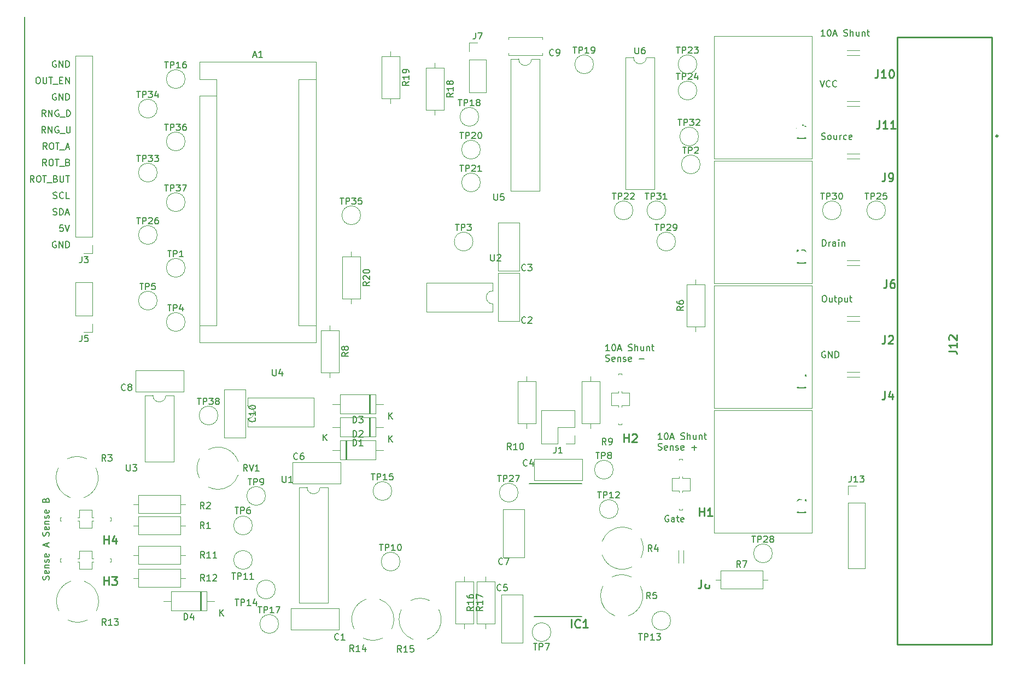
<source format=gto>
G04 #@! TF.GenerationSoftware,KiCad,Pcbnew,(5.1.9)-1*
G04 #@! TF.CreationDate,2021-07-06T21:26:52+02:00*
G04 #@! TF.ProjectId,const_curr_measure,636f6e73-745f-4637-9572-725f6d656173,rev?*
G04 #@! TF.SameCoordinates,Original*
G04 #@! TF.FileFunction,Legend,Top*
G04 #@! TF.FilePolarity,Positive*
%FSLAX46Y46*%
G04 Gerber Fmt 4.6, Leading zero omitted, Abs format (unit mm)*
G04 Created by KiCad (PCBNEW (5.1.9)-1) date 2021-07-06 21:26:52*
%MOMM*%
%LPD*%
G01*
G04 APERTURE LIST*
%ADD10C,0.150000*%
%ADD11C,0.120000*%
%ADD12C,0.100000*%
%ADD13C,0.254000*%
%ADD14C,0.200000*%
%ADD15O,1.700000X1.700000*%
%ADD16R,1.700000X1.700000*%
%ADD17O,1.600000X2.400000*%
%ADD18R,1.600000X2.400000*%
%ADD19C,2.500000*%
%ADD20O,2.400000X1.600000*%
%ADD21R,2.400000X1.600000*%
%ADD22C,1.620000*%
%ADD23C,1.600000*%
%ADD24O,1.600000X1.600000*%
%ADD25O,1.800000X1.800000*%
%ADD26R,1.800000X1.800000*%
%ADD27R,1.600000X1.600000*%
%ADD28C,2.745000*%
%ADD29C,1.950000*%
%ADD30C,2.055000*%
%ADD31C,4.100000*%
%ADD32C,1.130000*%
%ADD33R,1.130000X1.130000*%
G04 APERTURE END LIST*
D10*
X102794095Y-87816000D02*
X102698857Y-87768380D01*
X102556000Y-87768380D01*
X102413142Y-87816000D01*
X102317904Y-87911238D01*
X102270285Y-88006476D01*
X102222666Y-88196952D01*
X102222666Y-88339809D01*
X102270285Y-88530285D01*
X102317904Y-88625523D01*
X102413142Y-88720761D01*
X102556000Y-88768380D01*
X102651238Y-88768380D01*
X102794095Y-88720761D01*
X102841714Y-88673142D01*
X102841714Y-88339809D01*
X102651238Y-88339809D01*
X103270285Y-88768380D02*
X103270285Y-87768380D01*
X103841714Y-88768380D01*
X103841714Y-87768380D01*
X104317904Y-88768380D02*
X104317904Y-87768380D01*
X104556000Y-87768380D01*
X104698857Y-87816000D01*
X104794095Y-87911238D01*
X104841714Y-88006476D01*
X104889333Y-88196952D01*
X104889333Y-88339809D01*
X104841714Y-88530285D01*
X104794095Y-88625523D01*
X104698857Y-88720761D01*
X104556000Y-88768380D01*
X104317904Y-88768380D01*
X103873523Y-85228380D02*
X103397333Y-85228380D01*
X103349714Y-85704571D01*
X103397333Y-85656952D01*
X103492571Y-85609333D01*
X103730666Y-85609333D01*
X103825904Y-85656952D01*
X103873523Y-85704571D01*
X103921142Y-85799809D01*
X103921142Y-86037904D01*
X103873523Y-86133142D01*
X103825904Y-86180761D01*
X103730666Y-86228380D01*
X103492571Y-86228380D01*
X103397333Y-86180761D01*
X103349714Y-86133142D01*
X104206857Y-85228380D02*
X104540190Y-86228380D01*
X104873523Y-85228380D01*
X102341714Y-83640761D02*
X102484571Y-83688380D01*
X102722666Y-83688380D01*
X102817904Y-83640761D01*
X102865523Y-83593142D01*
X102913142Y-83497904D01*
X102913142Y-83402666D01*
X102865523Y-83307428D01*
X102817904Y-83259809D01*
X102722666Y-83212190D01*
X102532190Y-83164571D01*
X102436952Y-83116952D01*
X102389333Y-83069333D01*
X102341714Y-82974095D01*
X102341714Y-82878857D01*
X102389333Y-82783619D01*
X102436952Y-82736000D01*
X102532190Y-82688380D01*
X102770285Y-82688380D01*
X102913142Y-82736000D01*
X103341714Y-83688380D02*
X103341714Y-82688380D01*
X103579809Y-82688380D01*
X103722666Y-82736000D01*
X103817904Y-82831238D01*
X103865523Y-82926476D01*
X103913142Y-83116952D01*
X103913142Y-83259809D01*
X103865523Y-83450285D01*
X103817904Y-83545523D01*
X103722666Y-83640761D01*
X103579809Y-83688380D01*
X103341714Y-83688380D01*
X104294095Y-83402666D02*
X104770285Y-83402666D01*
X104198857Y-83688380D02*
X104532190Y-82688380D01*
X104865523Y-83688380D01*
X102365523Y-81100761D02*
X102508380Y-81148380D01*
X102746476Y-81148380D01*
X102841714Y-81100761D01*
X102889333Y-81053142D01*
X102936952Y-80957904D01*
X102936952Y-80862666D01*
X102889333Y-80767428D01*
X102841714Y-80719809D01*
X102746476Y-80672190D01*
X102556000Y-80624571D01*
X102460761Y-80576952D01*
X102413142Y-80529333D01*
X102365523Y-80434095D01*
X102365523Y-80338857D01*
X102413142Y-80243619D01*
X102460761Y-80196000D01*
X102556000Y-80148380D01*
X102794095Y-80148380D01*
X102936952Y-80196000D01*
X103936952Y-81053142D02*
X103889333Y-81100761D01*
X103746476Y-81148380D01*
X103651238Y-81148380D01*
X103508380Y-81100761D01*
X103413142Y-81005523D01*
X103365523Y-80910285D01*
X103317904Y-80719809D01*
X103317904Y-80576952D01*
X103365523Y-80386476D01*
X103413142Y-80291238D01*
X103508380Y-80196000D01*
X103651238Y-80148380D01*
X103746476Y-80148380D01*
X103889333Y-80196000D01*
X103936952Y-80243619D01*
X104841714Y-81148380D02*
X104365523Y-81148380D01*
X104365523Y-80148380D01*
X99397047Y-78608380D02*
X99063714Y-78132190D01*
X98825619Y-78608380D02*
X98825619Y-77608380D01*
X99206571Y-77608380D01*
X99301809Y-77656000D01*
X99349428Y-77703619D01*
X99397047Y-77798857D01*
X99397047Y-77941714D01*
X99349428Y-78036952D01*
X99301809Y-78084571D01*
X99206571Y-78132190D01*
X98825619Y-78132190D01*
X100016095Y-77608380D02*
X100206571Y-77608380D01*
X100301809Y-77656000D01*
X100397047Y-77751238D01*
X100444666Y-77941714D01*
X100444666Y-78275047D01*
X100397047Y-78465523D01*
X100301809Y-78560761D01*
X100206571Y-78608380D01*
X100016095Y-78608380D01*
X99920857Y-78560761D01*
X99825619Y-78465523D01*
X99778000Y-78275047D01*
X99778000Y-77941714D01*
X99825619Y-77751238D01*
X99920857Y-77656000D01*
X100016095Y-77608380D01*
X100730380Y-77608380D02*
X101301809Y-77608380D01*
X101016095Y-78608380D02*
X101016095Y-77608380D01*
X101397047Y-78703619D02*
X102158952Y-78703619D01*
X102730380Y-78084571D02*
X102873238Y-78132190D01*
X102920857Y-78179809D01*
X102968476Y-78275047D01*
X102968476Y-78417904D01*
X102920857Y-78513142D01*
X102873238Y-78560761D01*
X102778000Y-78608380D01*
X102397047Y-78608380D01*
X102397047Y-77608380D01*
X102730380Y-77608380D01*
X102825619Y-77656000D01*
X102873238Y-77703619D01*
X102920857Y-77798857D01*
X102920857Y-77894095D01*
X102873238Y-77989333D01*
X102825619Y-78036952D01*
X102730380Y-78084571D01*
X102397047Y-78084571D01*
X103397047Y-77608380D02*
X103397047Y-78417904D01*
X103444666Y-78513142D01*
X103492285Y-78560761D01*
X103587523Y-78608380D01*
X103778000Y-78608380D01*
X103873238Y-78560761D01*
X103920857Y-78513142D01*
X103968476Y-78417904D01*
X103968476Y-77608380D01*
X104301809Y-77608380D02*
X104873238Y-77608380D01*
X104587523Y-78608380D02*
X104587523Y-77608380D01*
X101317809Y-76068380D02*
X100984476Y-75592190D01*
X100746380Y-76068380D02*
X100746380Y-75068380D01*
X101127333Y-75068380D01*
X101222571Y-75116000D01*
X101270190Y-75163619D01*
X101317809Y-75258857D01*
X101317809Y-75401714D01*
X101270190Y-75496952D01*
X101222571Y-75544571D01*
X101127333Y-75592190D01*
X100746380Y-75592190D01*
X101936857Y-75068380D02*
X102127333Y-75068380D01*
X102222571Y-75116000D01*
X102317809Y-75211238D01*
X102365428Y-75401714D01*
X102365428Y-75735047D01*
X102317809Y-75925523D01*
X102222571Y-76020761D01*
X102127333Y-76068380D01*
X101936857Y-76068380D01*
X101841619Y-76020761D01*
X101746380Y-75925523D01*
X101698761Y-75735047D01*
X101698761Y-75401714D01*
X101746380Y-75211238D01*
X101841619Y-75116000D01*
X101936857Y-75068380D01*
X102651142Y-75068380D02*
X103222571Y-75068380D01*
X102936857Y-76068380D02*
X102936857Y-75068380D01*
X103317809Y-76163619D02*
X104079714Y-76163619D01*
X104651142Y-75544571D02*
X104794000Y-75592190D01*
X104841619Y-75639809D01*
X104889238Y-75735047D01*
X104889238Y-75877904D01*
X104841619Y-75973142D01*
X104794000Y-76020761D01*
X104698761Y-76068380D01*
X104317809Y-76068380D01*
X104317809Y-75068380D01*
X104651142Y-75068380D01*
X104746380Y-75116000D01*
X104794000Y-75163619D01*
X104841619Y-75258857D01*
X104841619Y-75354095D01*
X104794000Y-75449333D01*
X104746380Y-75496952D01*
X104651142Y-75544571D01*
X104317809Y-75544571D01*
X101389238Y-73528380D02*
X101055904Y-73052190D01*
X100817809Y-73528380D02*
X100817809Y-72528380D01*
X101198761Y-72528380D01*
X101294000Y-72576000D01*
X101341619Y-72623619D01*
X101389238Y-72718857D01*
X101389238Y-72861714D01*
X101341619Y-72956952D01*
X101294000Y-73004571D01*
X101198761Y-73052190D01*
X100817809Y-73052190D01*
X102008285Y-72528380D02*
X102198761Y-72528380D01*
X102294000Y-72576000D01*
X102389238Y-72671238D01*
X102436857Y-72861714D01*
X102436857Y-73195047D01*
X102389238Y-73385523D01*
X102294000Y-73480761D01*
X102198761Y-73528380D01*
X102008285Y-73528380D01*
X101913047Y-73480761D01*
X101817809Y-73385523D01*
X101770190Y-73195047D01*
X101770190Y-72861714D01*
X101817809Y-72671238D01*
X101913047Y-72576000D01*
X102008285Y-72528380D01*
X102722571Y-72528380D02*
X103294000Y-72528380D01*
X103008285Y-73528380D02*
X103008285Y-72528380D01*
X103389238Y-73623619D02*
X104151142Y-73623619D01*
X104341619Y-73242666D02*
X104817809Y-73242666D01*
X104246380Y-73528380D02*
X104579714Y-72528380D01*
X104913047Y-73528380D01*
X101174952Y-70988380D02*
X100841619Y-70512190D01*
X100603523Y-70988380D02*
X100603523Y-69988380D01*
X100984476Y-69988380D01*
X101079714Y-70036000D01*
X101127333Y-70083619D01*
X101174952Y-70178857D01*
X101174952Y-70321714D01*
X101127333Y-70416952D01*
X101079714Y-70464571D01*
X100984476Y-70512190D01*
X100603523Y-70512190D01*
X101603523Y-70988380D02*
X101603523Y-69988380D01*
X102174952Y-70988380D01*
X102174952Y-69988380D01*
X103174952Y-70036000D02*
X103079714Y-69988380D01*
X102936857Y-69988380D01*
X102794000Y-70036000D01*
X102698761Y-70131238D01*
X102651142Y-70226476D01*
X102603523Y-70416952D01*
X102603523Y-70559809D01*
X102651142Y-70750285D01*
X102698761Y-70845523D01*
X102794000Y-70940761D01*
X102936857Y-70988380D01*
X103032095Y-70988380D01*
X103174952Y-70940761D01*
X103222571Y-70893142D01*
X103222571Y-70559809D01*
X103032095Y-70559809D01*
X103413047Y-71083619D02*
X104174952Y-71083619D01*
X104413047Y-69988380D02*
X104413047Y-70797904D01*
X104460666Y-70893142D01*
X104508285Y-70940761D01*
X104603523Y-70988380D01*
X104794000Y-70988380D01*
X104889238Y-70940761D01*
X104936857Y-70893142D01*
X104984476Y-70797904D01*
X104984476Y-69988380D01*
X101198761Y-68448380D02*
X100865428Y-67972190D01*
X100627333Y-68448380D02*
X100627333Y-67448380D01*
X101008285Y-67448380D01*
X101103523Y-67496000D01*
X101151142Y-67543619D01*
X101198761Y-67638857D01*
X101198761Y-67781714D01*
X101151142Y-67876952D01*
X101103523Y-67924571D01*
X101008285Y-67972190D01*
X100627333Y-67972190D01*
X101627333Y-68448380D02*
X101627333Y-67448380D01*
X102198761Y-68448380D01*
X102198761Y-67448380D01*
X103198761Y-67496000D02*
X103103523Y-67448380D01*
X102960666Y-67448380D01*
X102817809Y-67496000D01*
X102722571Y-67591238D01*
X102674952Y-67686476D01*
X102627333Y-67876952D01*
X102627333Y-68019809D01*
X102674952Y-68210285D01*
X102722571Y-68305523D01*
X102817809Y-68400761D01*
X102960666Y-68448380D01*
X103055904Y-68448380D01*
X103198761Y-68400761D01*
X103246380Y-68353142D01*
X103246380Y-68019809D01*
X103055904Y-68019809D01*
X103436857Y-68543619D02*
X104198761Y-68543619D01*
X104436857Y-68448380D02*
X104436857Y-67448380D01*
X104674952Y-67448380D01*
X104817809Y-67496000D01*
X104913047Y-67591238D01*
X104960666Y-67686476D01*
X105008285Y-67876952D01*
X105008285Y-68019809D01*
X104960666Y-68210285D01*
X104913047Y-68305523D01*
X104817809Y-68400761D01*
X104674952Y-68448380D01*
X104436857Y-68448380D01*
X102794095Y-64956000D02*
X102698857Y-64908380D01*
X102556000Y-64908380D01*
X102413142Y-64956000D01*
X102317904Y-65051238D01*
X102270285Y-65146476D01*
X102222666Y-65336952D01*
X102222666Y-65479809D01*
X102270285Y-65670285D01*
X102317904Y-65765523D01*
X102413142Y-65860761D01*
X102556000Y-65908380D01*
X102651238Y-65908380D01*
X102794095Y-65860761D01*
X102841714Y-65813142D01*
X102841714Y-65479809D01*
X102651238Y-65479809D01*
X103270285Y-65908380D02*
X103270285Y-64908380D01*
X103841714Y-65908380D01*
X103841714Y-64908380D01*
X104317904Y-65908380D02*
X104317904Y-64908380D01*
X104556000Y-64908380D01*
X104698857Y-64956000D01*
X104794095Y-65051238D01*
X104841714Y-65146476D01*
X104889333Y-65336952D01*
X104889333Y-65479809D01*
X104841714Y-65670285D01*
X104794095Y-65765523D01*
X104698857Y-65860761D01*
X104556000Y-65908380D01*
X104317904Y-65908380D01*
X99928857Y-62368380D02*
X100119333Y-62368380D01*
X100214571Y-62416000D01*
X100309809Y-62511238D01*
X100357428Y-62701714D01*
X100357428Y-63035047D01*
X100309809Y-63225523D01*
X100214571Y-63320761D01*
X100119333Y-63368380D01*
X99928857Y-63368380D01*
X99833619Y-63320761D01*
X99738380Y-63225523D01*
X99690761Y-63035047D01*
X99690761Y-62701714D01*
X99738380Y-62511238D01*
X99833619Y-62416000D01*
X99928857Y-62368380D01*
X100786000Y-62368380D02*
X100786000Y-63177904D01*
X100833619Y-63273142D01*
X100881238Y-63320761D01*
X100976476Y-63368380D01*
X101166952Y-63368380D01*
X101262190Y-63320761D01*
X101309809Y-63273142D01*
X101357428Y-63177904D01*
X101357428Y-62368380D01*
X101690761Y-62368380D02*
X102262190Y-62368380D01*
X101976476Y-63368380D02*
X101976476Y-62368380D01*
X102357428Y-63463619D02*
X103119333Y-63463619D01*
X103357428Y-62844571D02*
X103690761Y-62844571D01*
X103833619Y-63368380D02*
X103357428Y-63368380D01*
X103357428Y-62368380D01*
X103833619Y-62368380D01*
X104262190Y-63368380D02*
X104262190Y-62368380D01*
X104833619Y-63368380D01*
X104833619Y-62368380D01*
X102794095Y-59876000D02*
X102698857Y-59828380D01*
X102556000Y-59828380D01*
X102413142Y-59876000D01*
X102317904Y-59971238D01*
X102270285Y-60066476D01*
X102222666Y-60256952D01*
X102222666Y-60399809D01*
X102270285Y-60590285D01*
X102317904Y-60685523D01*
X102413142Y-60780761D01*
X102556000Y-60828380D01*
X102651238Y-60828380D01*
X102794095Y-60780761D01*
X102841714Y-60733142D01*
X102841714Y-60399809D01*
X102651238Y-60399809D01*
X103270285Y-60828380D02*
X103270285Y-59828380D01*
X103841714Y-60828380D01*
X103841714Y-59828380D01*
X104317904Y-60828380D02*
X104317904Y-59828380D01*
X104556000Y-59828380D01*
X104698857Y-59876000D01*
X104794095Y-59971238D01*
X104841714Y-60066476D01*
X104889333Y-60256952D01*
X104889333Y-60399809D01*
X104841714Y-60590285D01*
X104794095Y-60685523D01*
X104698857Y-60780761D01*
X104556000Y-60828380D01*
X104317904Y-60828380D01*
X197647238Y-130234000D02*
X197552000Y-130186380D01*
X197409142Y-130186380D01*
X197266285Y-130234000D01*
X197171047Y-130329238D01*
X197123428Y-130424476D01*
X197075809Y-130614952D01*
X197075809Y-130757809D01*
X197123428Y-130948285D01*
X197171047Y-131043523D01*
X197266285Y-131138761D01*
X197409142Y-131186380D01*
X197504380Y-131186380D01*
X197647238Y-131138761D01*
X197694857Y-131091142D01*
X197694857Y-130757809D01*
X197504380Y-130757809D01*
X198552000Y-131186380D02*
X198552000Y-130662571D01*
X198504380Y-130567333D01*
X198409142Y-130519714D01*
X198218666Y-130519714D01*
X198123428Y-130567333D01*
X198552000Y-131138761D02*
X198456761Y-131186380D01*
X198218666Y-131186380D01*
X198123428Y-131138761D01*
X198075809Y-131043523D01*
X198075809Y-130948285D01*
X198123428Y-130853047D01*
X198218666Y-130805428D01*
X198456761Y-130805428D01*
X198552000Y-130757809D01*
X198885333Y-130519714D02*
X199266285Y-130519714D01*
X199028190Y-130186380D02*
X199028190Y-131043523D01*
X199075809Y-131138761D01*
X199171047Y-131186380D01*
X199266285Y-131186380D01*
X199980571Y-131138761D02*
X199885333Y-131186380D01*
X199694857Y-131186380D01*
X199599619Y-131138761D01*
X199552000Y-131043523D01*
X199552000Y-130662571D01*
X199599619Y-130567333D01*
X199694857Y-130519714D01*
X199885333Y-130519714D01*
X199980571Y-130567333D01*
X200028190Y-130662571D01*
X200028190Y-130757809D01*
X199552000Y-130853047D01*
X221674190Y-96150380D02*
X221864666Y-96150380D01*
X221959904Y-96198000D01*
X222055142Y-96293238D01*
X222102761Y-96483714D01*
X222102761Y-96817047D01*
X222055142Y-97007523D01*
X221959904Y-97102761D01*
X221864666Y-97150380D01*
X221674190Y-97150380D01*
X221578952Y-97102761D01*
X221483714Y-97007523D01*
X221436095Y-96817047D01*
X221436095Y-96483714D01*
X221483714Y-96293238D01*
X221578952Y-96198000D01*
X221674190Y-96150380D01*
X222959904Y-96483714D02*
X222959904Y-97150380D01*
X222531333Y-96483714D02*
X222531333Y-97007523D01*
X222578952Y-97102761D01*
X222674190Y-97150380D01*
X222817047Y-97150380D01*
X222912285Y-97102761D01*
X222959904Y-97055142D01*
X223293238Y-96483714D02*
X223674190Y-96483714D01*
X223436095Y-96150380D02*
X223436095Y-97007523D01*
X223483714Y-97102761D01*
X223578952Y-97150380D01*
X223674190Y-97150380D01*
X224007523Y-96483714D02*
X224007523Y-97483714D01*
X224007523Y-96531333D02*
X224102761Y-96483714D01*
X224293238Y-96483714D01*
X224388476Y-96531333D01*
X224436095Y-96578952D01*
X224483714Y-96674190D01*
X224483714Y-96959904D01*
X224436095Y-97055142D01*
X224388476Y-97102761D01*
X224293238Y-97150380D01*
X224102761Y-97150380D01*
X224007523Y-97102761D01*
X225340857Y-96483714D02*
X225340857Y-97150380D01*
X224912285Y-96483714D02*
X224912285Y-97007523D01*
X224959904Y-97102761D01*
X225055142Y-97150380D01*
X225198000Y-97150380D01*
X225293238Y-97102761D01*
X225340857Y-97055142D01*
X225674190Y-96483714D02*
X226055142Y-96483714D01*
X225817047Y-96150380D02*
X225817047Y-97007523D01*
X225864666Y-97102761D01*
X225959904Y-97150380D01*
X226055142Y-97150380D01*
X221094666Y-62876380D02*
X221428000Y-63876380D01*
X221761333Y-62876380D01*
X222666095Y-63781142D02*
X222618476Y-63828761D01*
X222475619Y-63876380D01*
X222380380Y-63876380D01*
X222237523Y-63828761D01*
X222142285Y-63733523D01*
X222094666Y-63638285D01*
X222047047Y-63447809D01*
X222047047Y-63304952D01*
X222094666Y-63114476D01*
X222142285Y-63019238D01*
X222237523Y-62924000D01*
X222380380Y-62876380D01*
X222475619Y-62876380D01*
X222618476Y-62924000D01*
X222666095Y-62971619D01*
X223666095Y-63781142D02*
X223618476Y-63828761D01*
X223475619Y-63876380D01*
X223380380Y-63876380D01*
X223237523Y-63828761D01*
X223142285Y-63733523D01*
X223094666Y-63638285D01*
X223047047Y-63447809D01*
X223047047Y-63304952D01*
X223094666Y-63114476D01*
X223142285Y-63019238D01*
X223237523Y-62924000D01*
X223380380Y-62876380D01*
X223475619Y-62876380D01*
X223618476Y-62924000D01*
X223666095Y-62971619D01*
X221920095Y-104834000D02*
X221824857Y-104786380D01*
X221682000Y-104786380D01*
X221539142Y-104834000D01*
X221443904Y-104929238D01*
X221396285Y-105024476D01*
X221348666Y-105214952D01*
X221348666Y-105357809D01*
X221396285Y-105548285D01*
X221443904Y-105643523D01*
X221539142Y-105738761D01*
X221682000Y-105786380D01*
X221777238Y-105786380D01*
X221920095Y-105738761D01*
X221967714Y-105691142D01*
X221967714Y-105357809D01*
X221777238Y-105357809D01*
X222396285Y-105786380D02*
X222396285Y-104786380D01*
X222967714Y-105786380D01*
X222967714Y-104786380D01*
X223443904Y-105786380D02*
X223443904Y-104786380D01*
X223682000Y-104786380D01*
X223824857Y-104834000D01*
X223920095Y-104929238D01*
X223967714Y-105024476D01*
X224015333Y-105214952D01*
X224015333Y-105357809D01*
X223967714Y-105548285D01*
X223920095Y-105643523D01*
X223824857Y-105738761D01*
X223682000Y-105786380D01*
X223443904Y-105786380D01*
X221475714Y-88514380D02*
X221475714Y-87514380D01*
X221713809Y-87514380D01*
X221856666Y-87562000D01*
X221951904Y-87657238D01*
X221999523Y-87752476D01*
X222047142Y-87942952D01*
X222047142Y-88085809D01*
X221999523Y-88276285D01*
X221951904Y-88371523D01*
X221856666Y-88466761D01*
X221713809Y-88514380D01*
X221475714Y-88514380D01*
X222475714Y-88514380D02*
X222475714Y-87847714D01*
X222475714Y-88038190D02*
X222523333Y-87942952D01*
X222570952Y-87895333D01*
X222666190Y-87847714D01*
X222761428Y-87847714D01*
X223523333Y-88514380D02*
X223523333Y-87990571D01*
X223475714Y-87895333D01*
X223380476Y-87847714D01*
X223190000Y-87847714D01*
X223094761Y-87895333D01*
X223523333Y-88466761D02*
X223428095Y-88514380D01*
X223190000Y-88514380D01*
X223094761Y-88466761D01*
X223047142Y-88371523D01*
X223047142Y-88276285D01*
X223094761Y-88181047D01*
X223190000Y-88133428D01*
X223428095Y-88133428D01*
X223523333Y-88085809D01*
X223999523Y-88514380D02*
X223999523Y-87847714D01*
X223999523Y-87514380D02*
X223951904Y-87562000D01*
X223999523Y-87609619D01*
X224047142Y-87562000D01*
X223999523Y-87514380D01*
X223999523Y-87609619D01*
X224475714Y-87847714D02*
X224475714Y-88514380D01*
X224475714Y-87942952D02*
X224523333Y-87895333D01*
X224618571Y-87847714D01*
X224761428Y-87847714D01*
X224856666Y-87895333D01*
X224904285Y-87990571D01*
X224904285Y-88514380D01*
X101674761Y-133360952D02*
X101722380Y-133218095D01*
X101722380Y-132980000D01*
X101674761Y-132884761D01*
X101627142Y-132837142D01*
X101531904Y-132789523D01*
X101436666Y-132789523D01*
X101341428Y-132837142D01*
X101293809Y-132884761D01*
X101246190Y-132980000D01*
X101198571Y-133170476D01*
X101150952Y-133265714D01*
X101103333Y-133313333D01*
X101008095Y-133360952D01*
X100912857Y-133360952D01*
X100817619Y-133313333D01*
X100770000Y-133265714D01*
X100722380Y-133170476D01*
X100722380Y-132932380D01*
X100770000Y-132789523D01*
X101674761Y-131980000D02*
X101722380Y-132075238D01*
X101722380Y-132265714D01*
X101674761Y-132360952D01*
X101579523Y-132408571D01*
X101198571Y-132408571D01*
X101103333Y-132360952D01*
X101055714Y-132265714D01*
X101055714Y-132075238D01*
X101103333Y-131980000D01*
X101198571Y-131932380D01*
X101293809Y-131932380D01*
X101389047Y-132408571D01*
X101055714Y-131503809D02*
X101722380Y-131503809D01*
X101150952Y-131503809D02*
X101103333Y-131456190D01*
X101055714Y-131360952D01*
X101055714Y-131218095D01*
X101103333Y-131122857D01*
X101198571Y-131075238D01*
X101722380Y-131075238D01*
X101674761Y-130646666D02*
X101722380Y-130551428D01*
X101722380Y-130360952D01*
X101674761Y-130265714D01*
X101579523Y-130218095D01*
X101531904Y-130218095D01*
X101436666Y-130265714D01*
X101389047Y-130360952D01*
X101389047Y-130503809D01*
X101341428Y-130599047D01*
X101246190Y-130646666D01*
X101198571Y-130646666D01*
X101103333Y-130599047D01*
X101055714Y-130503809D01*
X101055714Y-130360952D01*
X101103333Y-130265714D01*
X101674761Y-129408571D02*
X101722380Y-129503809D01*
X101722380Y-129694285D01*
X101674761Y-129789523D01*
X101579523Y-129837142D01*
X101198571Y-129837142D01*
X101103333Y-129789523D01*
X101055714Y-129694285D01*
X101055714Y-129503809D01*
X101103333Y-129408571D01*
X101198571Y-129360952D01*
X101293809Y-129360952D01*
X101389047Y-129837142D01*
X101198571Y-127837142D02*
X101246190Y-127694285D01*
X101293809Y-127646666D01*
X101389047Y-127599047D01*
X101531904Y-127599047D01*
X101627142Y-127646666D01*
X101674761Y-127694285D01*
X101722380Y-127789523D01*
X101722380Y-128170476D01*
X100722380Y-128170476D01*
X100722380Y-127837142D01*
X100770000Y-127741904D01*
X100817619Y-127694285D01*
X100912857Y-127646666D01*
X101008095Y-127646666D01*
X101103333Y-127694285D01*
X101150952Y-127741904D01*
X101198571Y-127837142D01*
X101198571Y-128170476D01*
X101674761Y-140147523D02*
X101722380Y-140004666D01*
X101722380Y-139766571D01*
X101674761Y-139671333D01*
X101627142Y-139623714D01*
X101531904Y-139576095D01*
X101436666Y-139576095D01*
X101341428Y-139623714D01*
X101293809Y-139671333D01*
X101246190Y-139766571D01*
X101198571Y-139957047D01*
X101150952Y-140052285D01*
X101103333Y-140099904D01*
X101008095Y-140147523D01*
X100912857Y-140147523D01*
X100817619Y-140099904D01*
X100770000Y-140052285D01*
X100722380Y-139957047D01*
X100722380Y-139718952D01*
X100770000Y-139576095D01*
X101674761Y-138766571D02*
X101722380Y-138861809D01*
X101722380Y-139052285D01*
X101674761Y-139147523D01*
X101579523Y-139195142D01*
X101198571Y-139195142D01*
X101103333Y-139147523D01*
X101055714Y-139052285D01*
X101055714Y-138861809D01*
X101103333Y-138766571D01*
X101198571Y-138718952D01*
X101293809Y-138718952D01*
X101389047Y-139195142D01*
X101055714Y-138290380D02*
X101722380Y-138290380D01*
X101150952Y-138290380D02*
X101103333Y-138242761D01*
X101055714Y-138147523D01*
X101055714Y-138004666D01*
X101103333Y-137909428D01*
X101198571Y-137861809D01*
X101722380Y-137861809D01*
X101674761Y-137433238D02*
X101722380Y-137338000D01*
X101722380Y-137147523D01*
X101674761Y-137052285D01*
X101579523Y-137004666D01*
X101531904Y-137004666D01*
X101436666Y-137052285D01*
X101389047Y-137147523D01*
X101389047Y-137290380D01*
X101341428Y-137385619D01*
X101246190Y-137433238D01*
X101198571Y-137433238D01*
X101103333Y-137385619D01*
X101055714Y-137290380D01*
X101055714Y-137147523D01*
X101103333Y-137052285D01*
X101674761Y-136195142D02*
X101722380Y-136290380D01*
X101722380Y-136480857D01*
X101674761Y-136576095D01*
X101579523Y-136623714D01*
X101198571Y-136623714D01*
X101103333Y-136576095D01*
X101055714Y-136480857D01*
X101055714Y-136290380D01*
X101103333Y-136195142D01*
X101198571Y-136147523D01*
X101293809Y-136147523D01*
X101389047Y-136623714D01*
X101436666Y-135004666D02*
X101436666Y-134528476D01*
X101722380Y-135099904D02*
X100722380Y-134766571D01*
X101722380Y-134433238D01*
X188489404Y-104707380D02*
X187917976Y-104707380D01*
X188203690Y-104707380D02*
X188203690Y-103707380D01*
X188108452Y-103850238D01*
X188013214Y-103945476D01*
X187917976Y-103993095D01*
X189108452Y-103707380D02*
X189203690Y-103707380D01*
X189298928Y-103755000D01*
X189346547Y-103802619D01*
X189394166Y-103897857D01*
X189441785Y-104088333D01*
X189441785Y-104326428D01*
X189394166Y-104516904D01*
X189346547Y-104612142D01*
X189298928Y-104659761D01*
X189203690Y-104707380D01*
X189108452Y-104707380D01*
X189013214Y-104659761D01*
X188965595Y-104612142D01*
X188917976Y-104516904D01*
X188870357Y-104326428D01*
X188870357Y-104088333D01*
X188917976Y-103897857D01*
X188965595Y-103802619D01*
X189013214Y-103755000D01*
X189108452Y-103707380D01*
X189822738Y-104421666D02*
X190298928Y-104421666D01*
X189727500Y-104707380D02*
X190060833Y-103707380D01*
X190394166Y-104707380D01*
X191441785Y-104659761D02*
X191584642Y-104707380D01*
X191822738Y-104707380D01*
X191917976Y-104659761D01*
X191965595Y-104612142D01*
X192013214Y-104516904D01*
X192013214Y-104421666D01*
X191965595Y-104326428D01*
X191917976Y-104278809D01*
X191822738Y-104231190D01*
X191632261Y-104183571D01*
X191537023Y-104135952D01*
X191489404Y-104088333D01*
X191441785Y-103993095D01*
X191441785Y-103897857D01*
X191489404Y-103802619D01*
X191537023Y-103755000D01*
X191632261Y-103707380D01*
X191870357Y-103707380D01*
X192013214Y-103755000D01*
X192441785Y-104707380D02*
X192441785Y-103707380D01*
X192870357Y-104707380D02*
X192870357Y-104183571D01*
X192822738Y-104088333D01*
X192727500Y-104040714D01*
X192584642Y-104040714D01*
X192489404Y-104088333D01*
X192441785Y-104135952D01*
X193775119Y-104040714D02*
X193775119Y-104707380D01*
X193346547Y-104040714D02*
X193346547Y-104564523D01*
X193394166Y-104659761D01*
X193489404Y-104707380D01*
X193632261Y-104707380D01*
X193727500Y-104659761D01*
X193775119Y-104612142D01*
X194251309Y-104040714D02*
X194251309Y-104707380D01*
X194251309Y-104135952D02*
X194298928Y-104088333D01*
X194394166Y-104040714D01*
X194537023Y-104040714D01*
X194632261Y-104088333D01*
X194679880Y-104183571D01*
X194679880Y-104707380D01*
X195013214Y-104040714D02*
X195394166Y-104040714D01*
X195156071Y-103707380D02*
X195156071Y-104564523D01*
X195203690Y-104659761D01*
X195298928Y-104707380D01*
X195394166Y-104707380D01*
X187917976Y-106309761D02*
X188060833Y-106357380D01*
X188298928Y-106357380D01*
X188394166Y-106309761D01*
X188441785Y-106262142D01*
X188489404Y-106166904D01*
X188489404Y-106071666D01*
X188441785Y-105976428D01*
X188394166Y-105928809D01*
X188298928Y-105881190D01*
X188108452Y-105833571D01*
X188013214Y-105785952D01*
X187965595Y-105738333D01*
X187917976Y-105643095D01*
X187917976Y-105547857D01*
X187965595Y-105452619D01*
X188013214Y-105405000D01*
X188108452Y-105357380D01*
X188346547Y-105357380D01*
X188489404Y-105405000D01*
X189298928Y-106309761D02*
X189203690Y-106357380D01*
X189013214Y-106357380D01*
X188917976Y-106309761D01*
X188870357Y-106214523D01*
X188870357Y-105833571D01*
X188917976Y-105738333D01*
X189013214Y-105690714D01*
X189203690Y-105690714D01*
X189298928Y-105738333D01*
X189346547Y-105833571D01*
X189346547Y-105928809D01*
X188870357Y-106024047D01*
X189775119Y-105690714D02*
X189775119Y-106357380D01*
X189775119Y-105785952D02*
X189822738Y-105738333D01*
X189917976Y-105690714D01*
X190060833Y-105690714D01*
X190156071Y-105738333D01*
X190203690Y-105833571D01*
X190203690Y-106357380D01*
X190632261Y-106309761D02*
X190727500Y-106357380D01*
X190917976Y-106357380D01*
X191013214Y-106309761D01*
X191060833Y-106214523D01*
X191060833Y-106166904D01*
X191013214Y-106071666D01*
X190917976Y-106024047D01*
X190775119Y-106024047D01*
X190679880Y-105976428D01*
X190632261Y-105881190D01*
X190632261Y-105833571D01*
X190679880Y-105738333D01*
X190775119Y-105690714D01*
X190917976Y-105690714D01*
X191013214Y-105738333D01*
X191870357Y-106309761D02*
X191775119Y-106357380D01*
X191584642Y-106357380D01*
X191489404Y-106309761D01*
X191441785Y-106214523D01*
X191441785Y-105833571D01*
X191489404Y-105738333D01*
X191584642Y-105690714D01*
X191775119Y-105690714D01*
X191870357Y-105738333D01*
X191917976Y-105833571D01*
X191917976Y-105928809D01*
X191441785Y-106024047D01*
X193108452Y-105976428D02*
X193870357Y-105976428D01*
X196617404Y-118423380D02*
X196045976Y-118423380D01*
X196331690Y-118423380D02*
X196331690Y-117423380D01*
X196236452Y-117566238D01*
X196141214Y-117661476D01*
X196045976Y-117709095D01*
X197236452Y-117423380D02*
X197331690Y-117423380D01*
X197426928Y-117471000D01*
X197474547Y-117518619D01*
X197522166Y-117613857D01*
X197569785Y-117804333D01*
X197569785Y-118042428D01*
X197522166Y-118232904D01*
X197474547Y-118328142D01*
X197426928Y-118375761D01*
X197331690Y-118423380D01*
X197236452Y-118423380D01*
X197141214Y-118375761D01*
X197093595Y-118328142D01*
X197045976Y-118232904D01*
X196998357Y-118042428D01*
X196998357Y-117804333D01*
X197045976Y-117613857D01*
X197093595Y-117518619D01*
X197141214Y-117471000D01*
X197236452Y-117423380D01*
X197950738Y-118137666D02*
X198426928Y-118137666D01*
X197855500Y-118423380D02*
X198188833Y-117423380D01*
X198522166Y-118423380D01*
X199569785Y-118375761D02*
X199712642Y-118423380D01*
X199950738Y-118423380D01*
X200045976Y-118375761D01*
X200093595Y-118328142D01*
X200141214Y-118232904D01*
X200141214Y-118137666D01*
X200093595Y-118042428D01*
X200045976Y-117994809D01*
X199950738Y-117947190D01*
X199760261Y-117899571D01*
X199665023Y-117851952D01*
X199617404Y-117804333D01*
X199569785Y-117709095D01*
X199569785Y-117613857D01*
X199617404Y-117518619D01*
X199665023Y-117471000D01*
X199760261Y-117423380D01*
X199998357Y-117423380D01*
X200141214Y-117471000D01*
X200569785Y-118423380D02*
X200569785Y-117423380D01*
X200998357Y-118423380D02*
X200998357Y-117899571D01*
X200950738Y-117804333D01*
X200855500Y-117756714D01*
X200712642Y-117756714D01*
X200617404Y-117804333D01*
X200569785Y-117851952D01*
X201903119Y-117756714D02*
X201903119Y-118423380D01*
X201474547Y-117756714D02*
X201474547Y-118280523D01*
X201522166Y-118375761D01*
X201617404Y-118423380D01*
X201760261Y-118423380D01*
X201855500Y-118375761D01*
X201903119Y-118328142D01*
X202379309Y-117756714D02*
X202379309Y-118423380D01*
X202379309Y-117851952D02*
X202426928Y-117804333D01*
X202522166Y-117756714D01*
X202665023Y-117756714D01*
X202760261Y-117804333D01*
X202807880Y-117899571D01*
X202807880Y-118423380D01*
X203141214Y-117756714D02*
X203522166Y-117756714D01*
X203284071Y-117423380D02*
X203284071Y-118280523D01*
X203331690Y-118375761D01*
X203426928Y-118423380D01*
X203522166Y-118423380D01*
X196045976Y-120025761D02*
X196188833Y-120073380D01*
X196426928Y-120073380D01*
X196522166Y-120025761D01*
X196569785Y-119978142D01*
X196617404Y-119882904D01*
X196617404Y-119787666D01*
X196569785Y-119692428D01*
X196522166Y-119644809D01*
X196426928Y-119597190D01*
X196236452Y-119549571D01*
X196141214Y-119501952D01*
X196093595Y-119454333D01*
X196045976Y-119359095D01*
X196045976Y-119263857D01*
X196093595Y-119168619D01*
X196141214Y-119121000D01*
X196236452Y-119073380D01*
X196474547Y-119073380D01*
X196617404Y-119121000D01*
X197426928Y-120025761D02*
X197331690Y-120073380D01*
X197141214Y-120073380D01*
X197045976Y-120025761D01*
X196998357Y-119930523D01*
X196998357Y-119549571D01*
X197045976Y-119454333D01*
X197141214Y-119406714D01*
X197331690Y-119406714D01*
X197426928Y-119454333D01*
X197474547Y-119549571D01*
X197474547Y-119644809D01*
X196998357Y-119740047D01*
X197903119Y-119406714D02*
X197903119Y-120073380D01*
X197903119Y-119501952D02*
X197950738Y-119454333D01*
X198045976Y-119406714D01*
X198188833Y-119406714D01*
X198284071Y-119454333D01*
X198331690Y-119549571D01*
X198331690Y-120073380D01*
X198760261Y-120025761D02*
X198855500Y-120073380D01*
X199045976Y-120073380D01*
X199141214Y-120025761D01*
X199188833Y-119930523D01*
X199188833Y-119882904D01*
X199141214Y-119787666D01*
X199045976Y-119740047D01*
X198903119Y-119740047D01*
X198807880Y-119692428D01*
X198760261Y-119597190D01*
X198760261Y-119549571D01*
X198807880Y-119454333D01*
X198903119Y-119406714D01*
X199045976Y-119406714D01*
X199141214Y-119454333D01*
X199998357Y-120025761D02*
X199903119Y-120073380D01*
X199712642Y-120073380D01*
X199617404Y-120025761D01*
X199569785Y-119930523D01*
X199569785Y-119549571D01*
X199617404Y-119454333D01*
X199712642Y-119406714D01*
X199903119Y-119406714D01*
X199998357Y-119454333D01*
X200045976Y-119549571D01*
X200045976Y-119644809D01*
X199569785Y-119740047D01*
X201236452Y-119692428D02*
X201998357Y-119692428D01*
X201617404Y-120073380D02*
X201617404Y-119311476D01*
X221340857Y-71956761D02*
X221483714Y-72004380D01*
X221721809Y-72004380D01*
X221817047Y-71956761D01*
X221864666Y-71909142D01*
X221912285Y-71813904D01*
X221912285Y-71718666D01*
X221864666Y-71623428D01*
X221817047Y-71575809D01*
X221721809Y-71528190D01*
X221531333Y-71480571D01*
X221436095Y-71432952D01*
X221388476Y-71385333D01*
X221340857Y-71290095D01*
X221340857Y-71194857D01*
X221388476Y-71099619D01*
X221436095Y-71052000D01*
X221531333Y-71004380D01*
X221769428Y-71004380D01*
X221912285Y-71052000D01*
X222483714Y-72004380D02*
X222388476Y-71956761D01*
X222340857Y-71909142D01*
X222293238Y-71813904D01*
X222293238Y-71528190D01*
X222340857Y-71432952D01*
X222388476Y-71385333D01*
X222483714Y-71337714D01*
X222626571Y-71337714D01*
X222721809Y-71385333D01*
X222769428Y-71432952D01*
X222817047Y-71528190D01*
X222817047Y-71813904D01*
X222769428Y-71909142D01*
X222721809Y-71956761D01*
X222626571Y-72004380D01*
X222483714Y-72004380D01*
X223674190Y-71337714D02*
X223674190Y-72004380D01*
X223245619Y-71337714D02*
X223245619Y-71861523D01*
X223293238Y-71956761D01*
X223388476Y-72004380D01*
X223531333Y-72004380D01*
X223626571Y-71956761D01*
X223674190Y-71909142D01*
X224150380Y-72004380D02*
X224150380Y-71337714D01*
X224150380Y-71528190D02*
X224198000Y-71432952D01*
X224245619Y-71385333D01*
X224340857Y-71337714D01*
X224436095Y-71337714D01*
X225198000Y-71956761D02*
X225102761Y-72004380D01*
X224912285Y-72004380D01*
X224817047Y-71956761D01*
X224769428Y-71909142D01*
X224721809Y-71813904D01*
X224721809Y-71528190D01*
X224769428Y-71432952D01*
X224817047Y-71385333D01*
X224912285Y-71337714D01*
X225102761Y-71337714D01*
X225198000Y-71385333D01*
X226007523Y-71956761D02*
X225912285Y-72004380D01*
X225721809Y-72004380D01*
X225626571Y-71956761D01*
X225578952Y-71861523D01*
X225578952Y-71480571D01*
X225626571Y-71385333D01*
X225721809Y-71337714D01*
X225912285Y-71337714D01*
X226007523Y-71385333D01*
X226055142Y-71480571D01*
X226055142Y-71575809D01*
X225578952Y-71671047D01*
X221848952Y-56002380D02*
X221277523Y-56002380D01*
X221563238Y-56002380D02*
X221563238Y-55002380D01*
X221468000Y-55145238D01*
X221372761Y-55240476D01*
X221277523Y-55288095D01*
X222468000Y-55002380D02*
X222563238Y-55002380D01*
X222658476Y-55050000D01*
X222706095Y-55097619D01*
X222753714Y-55192857D01*
X222801333Y-55383333D01*
X222801333Y-55621428D01*
X222753714Y-55811904D01*
X222706095Y-55907142D01*
X222658476Y-55954761D01*
X222563238Y-56002380D01*
X222468000Y-56002380D01*
X222372761Y-55954761D01*
X222325142Y-55907142D01*
X222277523Y-55811904D01*
X222229904Y-55621428D01*
X222229904Y-55383333D01*
X222277523Y-55192857D01*
X222325142Y-55097619D01*
X222372761Y-55050000D01*
X222468000Y-55002380D01*
X223182285Y-55716666D02*
X223658476Y-55716666D01*
X223087047Y-56002380D02*
X223420380Y-55002380D01*
X223753714Y-56002380D01*
X224801333Y-55954761D02*
X224944190Y-56002380D01*
X225182285Y-56002380D01*
X225277523Y-55954761D01*
X225325142Y-55907142D01*
X225372761Y-55811904D01*
X225372761Y-55716666D01*
X225325142Y-55621428D01*
X225277523Y-55573809D01*
X225182285Y-55526190D01*
X224991809Y-55478571D01*
X224896571Y-55430952D01*
X224848952Y-55383333D01*
X224801333Y-55288095D01*
X224801333Y-55192857D01*
X224848952Y-55097619D01*
X224896571Y-55050000D01*
X224991809Y-55002380D01*
X225229904Y-55002380D01*
X225372761Y-55050000D01*
X225801333Y-56002380D02*
X225801333Y-55002380D01*
X226229904Y-56002380D02*
X226229904Y-55478571D01*
X226182285Y-55383333D01*
X226087047Y-55335714D01*
X225944190Y-55335714D01*
X225848952Y-55383333D01*
X225801333Y-55430952D01*
X227134666Y-55335714D02*
X227134666Y-56002380D01*
X226706095Y-55335714D02*
X226706095Y-55859523D01*
X226753714Y-55954761D01*
X226848952Y-56002380D01*
X226991809Y-56002380D01*
X227087047Y-55954761D01*
X227134666Y-55907142D01*
X227610857Y-55335714D02*
X227610857Y-56002380D01*
X227610857Y-55430952D02*
X227658476Y-55383333D01*
X227753714Y-55335714D01*
X227896571Y-55335714D01*
X227991809Y-55383333D01*
X228039428Y-55478571D01*
X228039428Y-56002380D01*
X228372761Y-55335714D02*
X228753714Y-55335714D01*
X228515619Y-55002380D02*
X228515619Y-55859523D01*
X228563238Y-55954761D01*
X228658476Y-56002380D01*
X228753714Y-56002380D01*
X97968000Y-153086000D02*
X97968000Y-53010000D01*
D11*
X225416000Y-138414000D02*
X228076000Y-138414000D01*
X225416000Y-128194000D02*
X225416000Y-138414000D01*
X228076000Y-128194000D02*
X228076000Y-138414000D01*
X225416000Y-128194000D02*
X228076000Y-128194000D01*
X225416000Y-126924000D02*
X225416000Y-125594000D01*
X225416000Y-125594000D02*
X226746000Y-125594000D01*
X108442000Y-101838000D02*
X107112000Y-101838000D01*
X108442000Y-100508000D02*
X108442000Y-101838000D01*
X108442000Y-99238000D02*
X105782000Y-99238000D01*
X105782000Y-99238000D02*
X105782000Y-94098000D01*
X108442000Y-99238000D02*
X108442000Y-94098000D01*
X108442000Y-94098000D02*
X105782000Y-94098000D01*
X108442000Y-59046000D02*
X105782000Y-59046000D01*
X108442000Y-87046000D02*
X108442000Y-59046000D01*
X105782000Y-87046000D02*
X105782000Y-59046000D01*
X108442000Y-87046000D02*
X105782000Y-87046000D01*
X108442000Y-88316000D02*
X108442000Y-89646000D01*
X108442000Y-89646000D02*
X107112000Y-89646000D01*
X170418000Y-98694000D02*
X170418000Y-97444000D01*
X160138000Y-98694000D02*
X170418000Y-98694000D01*
X160138000Y-94194000D02*
X160138000Y-98694000D01*
X170418000Y-94194000D02*
X160138000Y-94194000D01*
X170418000Y-95444000D02*
X170418000Y-94194000D01*
X170418000Y-97444000D02*
G75*
G02*
X170418000Y-95444000I0J1000000D01*
G01*
X127866000Y-114732000D02*
G75*
G03*
X127866000Y-114732000I-1450000J0D01*
G01*
X122786000Y-81712000D02*
G75*
G03*
X122786000Y-81712000I-1450000J0D01*
G01*
X122786000Y-72314000D02*
G75*
G03*
X122786000Y-72314000I-1450000J0D01*
G01*
X118468000Y-67234000D02*
G75*
G03*
X118468000Y-67234000I-1450000J0D01*
G01*
X118468000Y-77140000D02*
G75*
G03*
X118468000Y-77140000I-1450000J0D01*
G01*
X118468000Y-86792000D02*
G75*
G03*
X118468000Y-86792000I-1450000J0D01*
G01*
X122786000Y-62662000D02*
G75*
G03*
X122786000Y-62662000I-1450000J0D01*
G01*
X118468000Y-96952000D02*
G75*
G03*
X118468000Y-96952000I-1450000J0D01*
G01*
X122786000Y-100254000D02*
G75*
G03*
X122786000Y-100254000I-1450000J0D01*
G01*
X122786000Y-91872000D02*
G75*
G03*
X122786000Y-91872000I-1450000J0D01*
G01*
X132452000Y-111974000D02*
X132452000Y-113224000D01*
X142732000Y-111974000D02*
X132452000Y-111974000D01*
X142732000Y-116474000D02*
X142732000Y-111974000D01*
X132452000Y-116474000D02*
X142732000Y-116474000D01*
X132452000Y-115224000D02*
X132452000Y-116474000D01*
X132452000Y-113224000D02*
G75*
G02*
X132452000Y-115224000I0J-1000000D01*
G01*
X121046000Y-111624000D02*
X119796000Y-111624000D01*
X121046000Y-121904000D02*
X121046000Y-111624000D01*
X116546000Y-121904000D02*
X121046000Y-121904000D01*
X116546000Y-111624000D02*
X116546000Y-121904000D01*
X117796000Y-111624000D02*
X116546000Y-111624000D01*
X119796000Y-111624000D02*
G75*
G02*
X117796000Y-111624000I-1000000J0D01*
G01*
X127956863Y-126170075D02*
G75*
G02*
X126415000Y-125814000I-56863J3270075D01*
G01*
X124986613Y-124385202D02*
G75*
G02*
X124986000Y-121416000I2913387J1485202D01*
G01*
X126416032Y-119986171D02*
G75*
G02*
X130992000Y-121836000I1483968J-2913829D01*
G01*
X130991846Y-123964608D02*
G75*
G02*
X127900000Y-126170000I-3091846J1064608D01*
G01*
X132100000Y-118158000D02*
X128860000Y-118158000D01*
X132100000Y-110718000D02*
X128860000Y-110718000D01*
X128860000Y-110718000D02*
X128860000Y-118158000D01*
X132100000Y-110718000D02*
X132100000Y-118158000D01*
X115116000Y-111018000D02*
X115116000Y-107778000D01*
X122556000Y-111018000D02*
X122556000Y-107778000D01*
X122556000Y-107778000D02*
X115116000Y-107778000D01*
X122556000Y-111018000D02*
X115116000Y-111018000D01*
X149964000Y-83744000D02*
G75*
G03*
X149964000Y-83744000I-1450000J0D01*
G01*
X149884000Y-90126000D02*
X147144000Y-90126000D01*
X147144000Y-90126000D02*
X147144000Y-96666000D01*
X147144000Y-96666000D02*
X149884000Y-96666000D01*
X149884000Y-96666000D02*
X149884000Y-90126000D01*
X148514000Y-89356000D02*
X148514000Y-90126000D01*
X148514000Y-97436000D02*
X148514000Y-96666000D01*
X155980000Y-59138000D02*
X153240000Y-59138000D01*
X153240000Y-59138000D02*
X153240000Y-65678000D01*
X153240000Y-65678000D02*
X155980000Y-65678000D01*
X155980000Y-65678000D02*
X155980000Y-59138000D01*
X154610000Y-58368000D02*
X154610000Y-59138000D01*
X154610000Y-66448000D02*
X154610000Y-65678000D01*
X162838000Y-60916000D02*
X160098000Y-60916000D01*
X160098000Y-60916000D02*
X160098000Y-67456000D01*
X160098000Y-67456000D02*
X162838000Y-67456000D01*
X162838000Y-67456000D02*
X162838000Y-60916000D01*
X161468000Y-60146000D02*
X161468000Y-60916000D01*
X161468000Y-68226000D02*
X161468000Y-67456000D01*
X146582000Y-101556000D02*
X143842000Y-101556000D01*
X143842000Y-101556000D02*
X143842000Y-108096000D01*
X143842000Y-108096000D02*
X146582000Y-108096000D01*
X146582000Y-108096000D02*
X146582000Y-101556000D01*
X145212000Y-100786000D02*
X145212000Y-101556000D01*
X145212000Y-108866000D02*
X145212000Y-108096000D01*
X126088000Y-144904000D02*
X126088000Y-141964000D01*
X126088000Y-141964000D02*
X120648000Y-141964000D01*
X120648000Y-141964000D02*
X120648000Y-144904000D01*
X120648000Y-144904000D02*
X126088000Y-144904000D01*
X127308000Y-143434000D02*
X126088000Y-143434000D01*
X119428000Y-143434000D02*
X120648000Y-143434000D01*
X125188000Y-144904000D02*
X125188000Y-141964000D01*
X125068000Y-144904000D02*
X125068000Y-141964000D01*
X125308000Y-144904000D02*
X125308000Y-141964000D01*
X152250000Y-114424000D02*
X152250000Y-111484000D01*
X152250000Y-111484000D02*
X146810000Y-111484000D01*
X146810000Y-111484000D02*
X146810000Y-114424000D01*
X146810000Y-114424000D02*
X152250000Y-114424000D01*
X153470000Y-112954000D02*
X152250000Y-112954000D01*
X145590000Y-112954000D02*
X146810000Y-112954000D01*
X151350000Y-114424000D02*
X151350000Y-111484000D01*
X151230000Y-114424000D02*
X151230000Y-111484000D01*
X151470000Y-114424000D02*
X151470000Y-111484000D01*
X146810000Y-118596000D02*
X146810000Y-121536000D01*
X146810000Y-121536000D02*
X152250000Y-121536000D01*
X152250000Y-121536000D02*
X152250000Y-118596000D01*
X152250000Y-118596000D02*
X146810000Y-118596000D01*
X145590000Y-120066000D02*
X146810000Y-120066000D01*
X153470000Y-120066000D02*
X152250000Y-120066000D01*
X147710000Y-118596000D02*
X147710000Y-121536000D01*
X147830000Y-118596000D02*
X147830000Y-121536000D01*
X147590000Y-118596000D02*
X147590000Y-121536000D01*
X152250000Y-117980000D02*
X152250000Y-115040000D01*
X152250000Y-115040000D02*
X146810000Y-115040000D01*
X146810000Y-115040000D02*
X146810000Y-117980000D01*
X146810000Y-117980000D02*
X152250000Y-117980000D01*
X153470000Y-116510000D02*
X152250000Y-116510000D01*
X145590000Y-116510000D02*
X146810000Y-116510000D01*
X151350000Y-117980000D02*
X151350000Y-115040000D01*
X151230000Y-117980000D02*
X151230000Y-115040000D01*
X151470000Y-117980000D02*
X151470000Y-115040000D01*
X127686000Y-65202000D02*
X127686000Y-62662000D01*
X127686000Y-62662000D02*
X125016000Y-62662000D01*
X125016000Y-65202000D02*
X125016000Y-103432000D01*
X125016000Y-59992000D02*
X125016000Y-62662000D01*
X140386000Y-62662000D02*
X143056000Y-62662000D01*
X140386000Y-62662000D02*
X140386000Y-100762000D01*
X140386000Y-100762000D02*
X143056000Y-100762000D01*
X127686000Y-65202000D02*
X125016000Y-65202000D01*
X127686000Y-65202000D02*
X127686000Y-100762000D01*
X127686000Y-100762000D02*
X125016000Y-100762000D01*
X125016000Y-103432000D02*
X143056000Y-103432000D01*
X143056000Y-103432000D02*
X143056000Y-59992000D01*
X143056000Y-59992000D02*
X125016000Y-59992000D01*
D12*
X225238000Y-91510000D02*
X227238000Y-91510000D01*
X225238000Y-90710000D02*
X227238000Y-90710000D01*
D11*
X213006000Y-140132000D02*
X212236000Y-140132000D01*
X204926000Y-140132000D02*
X205696000Y-140132000D01*
X212236000Y-138762000D02*
X205696000Y-138762000D01*
X212236000Y-141502000D02*
X212236000Y-138762000D01*
X205696000Y-141502000D02*
X212236000Y-141502000D01*
X205696000Y-138762000D02*
X205696000Y-141502000D01*
X201854000Y-93674000D02*
X201854000Y-94444000D01*
X201854000Y-101754000D02*
X201854000Y-100984000D01*
X200484000Y-94444000D02*
X200484000Y-100984000D01*
X203224000Y-94444000D02*
X200484000Y-94444000D01*
X203224000Y-100984000D02*
X203224000Y-94444000D01*
X200484000Y-100984000D02*
X203224000Y-100984000D01*
X175280000Y-136700000D02*
X172040000Y-136700000D01*
X175280000Y-129260000D02*
X172040000Y-129260000D01*
X172040000Y-129260000D02*
X172040000Y-136700000D01*
X175280000Y-129260000D02*
X175280000Y-136700000D01*
X176838000Y-124734000D02*
X176838000Y-121494000D01*
X184278000Y-124734000D02*
X184278000Y-121494000D01*
X184278000Y-121494000D02*
X176838000Y-121494000D01*
X184278000Y-124734000D02*
X176838000Y-124734000D01*
X171278000Y-84890000D02*
X174518000Y-84890000D01*
X171278000Y-92330000D02*
X174518000Y-92330000D01*
X174518000Y-92330000D02*
X174518000Y-84890000D01*
X171278000Y-92330000D02*
X171278000Y-84890000D01*
D12*
X199968000Y-137576000D02*
X199968000Y-135576000D01*
X199168000Y-137576000D02*
X199168000Y-135576000D01*
D11*
X202542000Y-75870000D02*
G75*
G03*
X202542000Y-75870000I-1450000J0D01*
G01*
X146860000Y-122002000D02*
X146860000Y-125242000D01*
X139420000Y-122002000D02*
X139420000Y-125242000D01*
X139420000Y-125242000D02*
X146860000Y-125242000D01*
X139420000Y-122002000D02*
X146860000Y-122002000D01*
X166742000Y-64754000D02*
X169402000Y-64754000D01*
X166742000Y-59614000D02*
X166742000Y-64754000D01*
X169402000Y-59614000D02*
X169402000Y-64754000D01*
X166742000Y-59614000D02*
X169402000Y-59614000D01*
X166742000Y-58344000D02*
X166742000Y-57014000D01*
X166742000Y-57014000D02*
X168072000Y-57014000D01*
D12*
X219868000Y-75022000D02*
X204668000Y-75022000D01*
X219868000Y-56022000D02*
X219868000Y-75022000D01*
X204668000Y-56022000D02*
X219868000Y-56022000D01*
X204668000Y-75022000D02*
X204668000Y-56022000D01*
X219868000Y-94326000D02*
X204668000Y-94326000D01*
X219868000Y-75326000D02*
X219868000Y-94326000D01*
X204668000Y-75326000D02*
X219868000Y-75326000D01*
X204668000Y-94326000D02*
X204668000Y-75326000D01*
X219868000Y-113630000D02*
X204668000Y-113630000D01*
X219868000Y-94630000D02*
X219868000Y-113630000D01*
X204668000Y-94630000D02*
X219868000Y-94630000D01*
X204668000Y-113630000D02*
X204668000Y-94630000D01*
D11*
X202288000Y-71552000D02*
G75*
G03*
X202288000Y-71552000I-1450000J0D01*
G01*
X197208000Y-82982000D02*
G75*
G03*
X197208000Y-82982000I-1450000J0D01*
G01*
X224386000Y-82982000D02*
G75*
G03*
X224386000Y-82982000I-1450000J0D01*
G01*
X198732000Y-87808000D02*
G75*
G03*
X198732000Y-87808000I-1450000J0D01*
G01*
X213718000Y-136068000D02*
G75*
G03*
X213718000Y-136068000I-1450000J0D01*
G01*
X174348000Y-126670000D02*
G75*
G03*
X174348000Y-126670000I-1450000J0D01*
G01*
X231244000Y-82982000D02*
G75*
G03*
X231244000Y-82982000I-1450000J0D01*
G01*
X202034000Y-64440000D02*
G75*
G03*
X202034000Y-64440000I-1450000J0D01*
G01*
X202034000Y-60376000D02*
G75*
G03*
X202034000Y-60376000I-1450000J0D01*
G01*
X192128000Y-82982000D02*
G75*
G03*
X192128000Y-82982000I-1450000J0D01*
G01*
X168506000Y-78664000D02*
G75*
G03*
X168506000Y-78664000I-1450000J0D01*
G01*
X168506000Y-73584000D02*
G75*
G03*
X168506000Y-73584000I-1450000J0D01*
G01*
X186032000Y-60376000D02*
G75*
G03*
X186032000Y-60376000I-1450000J0D01*
G01*
X168252000Y-68504000D02*
G75*
G03*
X168252000Y-68504000I-1450000J0D01*
G01*
X137264000Y-146990000D02*
G75*
G03*
X137264000Y-146990000I-1450000J0D01*
G01*
X154790000Y-126416000D02*
G75*
G03*
X154790000Y-126416000I-1450000J0D01*
G01*
X136756000Y-141656000D02*
G75*
G03*
X136756000Y-141656000I-1450000J0D01*
G01*
X197970000Y-146482000D02*
G75*
G03*
X197970000Y-146482000I-1450000J0D01*
G01*
X189842000Y-129210000D02*
G75*
G03*
X189842000Y-129210000I-1450000J0D01*
G01*
X133200000Y-137084000D02*
G75*
G03*
X133200000Y-137084000I-1450000J0D01*
G01*
X156060000Y-137338000D02*
G75*
G03*
X156060000Y-137338000I-1450000J0D01*
G01*
X135232000Y-127178000D02*
G75*
G03*
X135232000Y-127178000I-1450000J0D01*
G01*
X189080000Y-123114000D02*
G75*
G03*
X189080000Y-123114000I-1450000J0D01*
G01*
X179428000Y-148260000D02*
G75*
G03*
X179428000Y-148260000I-1450000J0D01*
G01*
X133200000Y-131750000D02*
G75*
G03*
X133200000Y-131750000I-1450000J0D01*
G01*
X167363000Y-87808000D02*
G75*
G03*
X167363000Y-87808000I-1450000J0D01*
G01*
X155897325Y-146346463D02*
G75*
G02*
X156253400Y-144804600I3270075J56863D01*
G01*
X157682198Y-143376213D02*
G75*
G02*
X160651400Y-143375600I1485202J-2913387D01*
G01*
X162081229Y-144805632D02*
G75*
G02*
X160231400Y-149381600I-2913829J-1483968D01*
G01*
X158102792Y-149381446D02*
G75*
G02*
X155897400Y-146289600I1064608J3091846D01*
G01*
X155126075Y-146211137D02*
G75*
G02*
X154770000Y-147753000I-3270075J-56863D01*
G01*
X153341202Y-149181387D02*
G75*
G02*
X150372000Y-149182000I-1485202J2913387D01*
G01*
X148942171Y-147751968D02*
G75*
G02*
X150792000Y-143176000I2913829J1483968D01*
G01*
X152920608Y-143176154D02*
G75*
G02*
X155126000Y-146268000I-1064608J-3091846D01*
G01*
X109406075Y-143417137D02*
G75*
G02*
X109050000Y-144959000I-3270075J-56863D01*
G01*
X107621202Y-146387387D02*
G75*
G02*
X104652000Y-146388000I-1485202J2913387D01*
G01*
X103222171Y-144957968D02*
G75*
G02*
X105072000Y-140382000I2913829J1483968D01*
G01*
X107200608Y-140382154D02*
G75*
G02*
X109406000Y-143474000I-1064608J-3091846D01*
G01*
X187113925Y-142688863D02*
G75*
G02*
X187470000Y-141147000I3270075J56863D01*
G01*
X188898798Y-139718613D02*
G75*
G02*
X191868000Y-139718000I1485202J-2913387D01*
G01*
X193297829Y-141148032D02*
G75*
G02*
X191448000Y-145724000I-2913829J-1483968D01*
G01*
X189319392Y-145723846D02*
G75*
G02*
X187114000Y-142632000I1064608J3091846D01*
G01*
X190407137Y-131995925D02*
G75*
G02*
X191949000Y-132352000I56863J-3270075D01*
G01*
X193377387Y-133780798D02*
G75*
G02*
X193378000Y-136750000I-2913387J-1485202D01*
G01*
X191947968Y-138179829D02*
G75*
G02*
X187372000Y-136330000I-1483968J2913829D01*
G01*
X187372154Y-134201392D02*
G75*
G02*
X190464000Y-131996000I3091846J-1064608D01*
G01*
X102785925Y-124400863D02*
G75*
G02*
X103142000Y-122859000I3270075J56863D01*
G01*
X104570798Y-121430613D02*
G75*
G02*
X107540000Y-121430000I1485202J-2913387D01*
G01*
X108969829Y-122860032D02*
G75*
G02*
X107120000Y-127436000I-2913829J-1483968D01*
G01*
X104991392Y-127435846D02*
G75*
G02*
X102786000Y-124344000I1064608J3091846D01*
G01*
X175026000Y-149908000D02*
X171786000Y-149908000D01*
X175026000Y-142468000D02*
X171786000Y-142468000D01*
X171786000Y-142468000D02*
X171786000Y-149908000D01*
X175026000Y-142468000D02*
X175026000Y-149908000D01*
X192218000Y-59300000D02*
X190968000Y-59300000D01*
X190968000Y-59300000D02*
X190968000Y-79740000D01*
X190968000Y-79740000D02*
X195468000Y-79740000D01*
X195468000Y-79740000D02*
X195468000Y-59300000D01*
X195468000Y-59300000D02*
X194218000Y-59300000D01*
X194218000Y-59300000D02*
G75*
G02*
X192218000Y-59300000I-1000000J0D01*
G01*
D12*
X225238000Y-108782000D02*
X227238000Y-108782000D01*
X225238000Y-107982000D02*
X227238000Y-107982000D01*
X225238000Y-100146000D02*
X227238000Y-100146000D01*
X225238000Y-99346000D02*
X227238000Y-99346000D01*
X108366000Y-130989000D02*
X108566000Y-130989000D01*
X108366000Y-132129000D02*
X108366000Y-130989000D01*
X106366000Y-132129000D02*
X108366000Y-132129000D01*
X106366000Y-130989000D02*
X106366000Y-132129000D01*
X106166000Y-130989000D02*
X106366000Y-130989000D01*
X108366000Y-130479000D02*
X108566000Y-130479000D01*
X108366000Y-129339000D02*
X108366000Y-130479000D01*
X106366000Y-129339000D02*
X108366000Y-129339000D01*
X106366000Y-130479000D02*
X106366000Y-129339000D01*
X106166000Y-130479000D02*
X106366000Y-130479000D01*
X111326000Y-130989000D02*
X111166000Y-130989000D01*
X111326000Y-130479000D02*
X111326000Y-130989000D01*
X111166000Y-130479000D02*
X111326000Y-130479000D01*
X103406000Y-130989000D02*
X103566000Y-130989000D01*
X103406000Y-130479000D02*
X103406000Y-130989000D01*
X103566000Y-130479000D02*
X103406000Y-130479000D01*
X108366000Y-137339000D02*
X108566000Y-137339000D01*
X108366000Y-138479000D02*
X108366000Y-137339000D01*
X106366000Y-138479000D02*
X108366000Y-138479000D01*
X106366000Y-137339000D02*
X106366000Y-138479000D01*
X106166000Y-137339000D02*
X106366000Y-137339000D01*
X108366000Y-136829000D02*
X108566000Y-136829000D01*
X108366000Y-135689000D02*
X108366000Y-136829000D01*
X106366000Y-135689000D02*
X108366000Y-135689000D01*
X106366000Y-136829000D02*
X106366000Y-135689000D01*
X106166000Y-136829000D02*
X106366000Y-136829000D01*
X111326000Y-137339000D02*
X111166000Y-137339000D01*
X111326000Y-136829000D02*
X111326000Y-137339000D01*
X111166000Y-136829000D02*
X111326000Y-136829000D01*
X103406000Y-137339000D02*
X103566000Y-137339000D01*
X103406000Y-136829000D02*
X103406000Y-137339000D01*
X103566000Y-136829000D02*
X103406000Y-136829000D01*
D13*
X248676120Y-71477600D02*
G75*
G03*
X248676120Y-71477600I-173920J0D01*
G01*
X247743200Y-56174600D02*
X247743200Y-150124600D01*
X233043200Y-56174600D02*
X247743200Y-56174600D01*
X233043200Y-150124600D02*
X233043200Y-56174600D01*
X247743200Y-150124600D02*
X233043200Y-150124600D01*
D12*
X225238000Y-58998000D02*
X227238000Y-58998000D01*
X225238000Y-58198000D02*
X227238000Y-58198000D01*
D14*
X176833000Y-145845000D02*
X184203000Y-145845000D01*
X176080000Y-125275000D02*
X184203000Y-125275000D01*
D12*
X225238000Y-75000000D02*
X227238000Y-75000000D01*
X225238000Y-74200000D02*
X227238000Y-74200000D01*
X225238000Y-66872000D02*
X227238000Y-66872000D01*
X225238000Y-66072000D02*
X227238000Y-66072000D01*
X219868000Y-132934000D02*
X204668000Y-132934000D01*
X219868000Y-113934000D02*
X219868000Y-132934000D01*
X204668000Y-113934000D02*
X219868000Y-113934000D01*
X204668000Y-132934000D02*
X204668000Y-113934000D01*
X190425000Y-111192000D02*
X190425000Y-110992000D01*
X191565000Y-111192000D02*
X190425000Y-111192000D01*
X191565000Y-113192000D02*
X191565000Y-111192000D01*
X190425000Y-113192000D02*
X191565000Y-113192000D01*
X190425000Y-113392000D02*
X190425000Y-113192000D01*
X189915000Y-111192000D02*
X189915000Y-110992000D01*
X188775000Y-111192000D02*
X189915000Y-111192000D01*
X188775000Y-113192000D02*
X188775000Y-111192000D01*
X189915000Y-113192000D02*
X188775000Y-113192000D01*
X189915000Y-113392000D02*
X189915000Y-113192000D01*
X190425000Y-108232000D02*
X190425000Y-108392000D01*
X189915000Y-108232000D02*
X190425000Y-108232000D01*
X189915000Y-108392000D02*
X189915000Y-108232000D01*
X190425000Y-116152000D02*
X190425000Y-115992000D01*
X189915000Y-116152000D02*
X190425000Y-116152000D01*
X189915000Y-115992000D02*
X189915000Y-116152000D01*
X199823000Y-124400000D02*
X199823000Y-124200000D01*
X200963000Y-124400000D02*
X199823000Y-124400000D01*
X200963000Y-126400000D02*
X200963000Y-124400000D01*
X199823000Y-126400000D02*
X200963000Y-126400000D01*
X199823000Y-126600000D02*
X199823000Y-126400000D01*
X199313000Y-124400000D02*
X199313000Y-124200000D01*
X198173000Y-124400000D02*
X199313000Y-124400000D01*
X198173000Y-126400000D02*
X198173000Y-124400000D01*
X199313000Y-126400000D02*
X198173000Y-126400000D01*
X199313000Y-126600000D02*
X199313000Y-126400000D01*
X199823000Y-121440000D02*
X199823000Y-121600000D01*
X199313000Y-121440000D02*
X199823000Y-121440000D01*
X199313000Y-121600000D02*
X199313000Y-121440000D01*
X199823000Y-129360000D02*
X199823000Y-129200000D01*
X199313000Y-129360000D02*
X199823000Y-129360000D01*
X199313000Y-129200000D02*
X199313000Y-129360000D01*
D11*
X167410000Y-140418000D02*
X164670000Y-140418000D01*
X164670000Y-140418000D02*
X164670000Y-146958000D01*
X164670000Y-146958000D02*
X167410000Y-146958000D01*
X167410000Y-146958000D02*
X167410000Y-140418000D01*
X166040000Y-139648000D02*
X166040000Y-140418000D01*
X166040000Y-147728000D02*
X166040000Y-146958000D01*
X167972000Y-146958000D02*
X170712000Y-146958000D01*
X170712000Y-146958000D02*
X170712000Y-140418000D01*
X170712000Y-140418000D02*
X167972000Y-140418000D01*
X167972000Y-140418000D02*
X167972000Y-146958000D01*
X169342000Y-147728000D02*
X169342000Y-146958000D01*
X169342000Y-139648000D02*
X169342000Y-140418000D01*
X122836000Y-131750000D02*
X122066000Y-131750000D01*
X114756000Y-131750000D02*
X115526000Y-131750000D01*
X122066000Y-130380000D02*
X115526000Y-130380000D01*
X122066000Y-133120000D02*
X122066000Y-130380000D01*
X115526000Y-133120000D02*
X122066000Y-133120000D01*
X115526000Y-130380000D02*
X115526000Y-133120000D01*
X122836000Y-136322000D02*
X122066000Y-136322000D01*
X114756000Y-136322000D02*
X115526000Y-136322000D01*
X122066000Y-134952000D02*
X115526000Y-134952000D01*
X122066000Y-137692000D02*
X122066000Y-134952000D01*
X115526000Y-137692000D02*
X122066000Y-137692000D01*
X115526000Y-134952000D02*
X115526000Y-137692000D01*
X175692000Y-116740000D02*
X175692000Y-115970000D01*
X175692000Y-108660000D02*
X175692000Y-109430000D01*
X177062000Y-115970000D02*
X177062000Y-109430000D01*
X174322000Y-115970000D02*
X177062000Y-115970000D01*
X174322000Y-109430000D02*
X174322000Y-115970000D01*
X177062000Y-109430000D02*
X174322000Y-109430000D01*
X178098000Y-58952000D02*
X172858000Y-58952000D01*
X178098000Y-56212000D02*
X172858000Y-56212000D01*
X178098000Y-58952000D02*
X178098000Y-58637000D01*
X178098000Y-56527000D02*
X178098000Y-56212000D01*
X172858000Y-58952000D02*
X172858000Y-58637000D01*
X172858000Y-56527000D02*
X172858000Y-56212000D01*
X174518000Y-100124000D02*
X171278000Y-100124000D01*
X174518000Y-92684000D02*
X171278000Y-92684000D01*
X171278000Y-92684000D02*
X171278000Y-100124000D01*
X174518000Y-92684000D02*
X174518000Y-100124000D01*
X146606000Y-144608000D02*
X146606000Y-147848000D01*
X139166000Y-144608000D02*
X139166000Y-147848000D01*
X139166000Y-147848000D02*
X146606000Y-147848000D01*
X139166000Y-144608000D02*
X146606000Y-144608000D01*
X174438000Y-59554000D02*
X173188000Y-59554000D01*
X173188000Y-59554000D02*
X173188000Y-79994000D01*
X173188000Y-79994000D02*
X177688000Y-79994000D01*
X177688000Y-79994000D02*
X177688000Y-59554000D01*
X177688000Y-59554000D02*
X176438000Y-59554000D01*
X176438000Y-59554000D02*
G75*
G02*
X174438000Y-59554000I-1000000J0D01*
G01*
X144922000Y-125848000D02*
X143672000Y-125848000D01*
X144922000Y-143748000D02*
X144922000Y-125848000D01*
X140422000Y-143748000D02*
X144922000Y-143748000D01*
X140422000Y-125848000D02*
X140422000Y-143748000D01*
X141672000Y-125848000D02*
X140422000Y-125848000D01*
X143672000Y-125848000D02*
G75*
G02*
X141672000Y-125848000I-1000000J0D01*
G01*
X114756000Y-139878000D02*
X115526000Y-139878000D01*
X122836000Y-139878000D02*
X122066000Y-139878000D01*
X115526000Y-141248000D02*
X122066000Y-141248000D01*
X115526000Y-138508000D02*
X115526000Y-141248000D01*
X122066000Y-138508000D02*
X115526000Y-138508000D01*
X122066000Y-141248000D02*
X122066000Y-138508000D01*
X185598000Y-108660000D02*
X185598000Y-109430000D01*
X185598000Y-116740000D02*
X185598000Y-115970000D01*
X184228000Y-109430000D02*
X184228000Y-115970000D01*
X186968000Y-109430000D02*
X184228000Y-109430000D01*
X186968000Y-115970000D02*
X186968000Y-109430000D01*
X184228000Y-115970000D02*
X186968000Y-115970000D01*
X114756000Y-128448000D02*
X115526000Y-128448000D01*
X122836000Y-128448000D02*
X122066000Y-128448000D01*
X115526000Y-129818000D02*
X122066000Y-129818000D01*
X115526000Y-127078000D02*
X115526000Y-129818000D01*
X122066000Y-127078000D02*
X115526000Y-127078000D01*
X122066000Y-129818000D02*
X122066000Y-127078000D01*
X183118000Y-119110000D02*
X181788000Y-119110000D01*
X183118000Y-117780000D02*
X183118000Y-119110000D01*
X180518000Y-119110000D02*
X177918000Y-119110000D01*
X180518000Y-116510000D02*
X180518000Y-119110000D01*
X183118000Y-116510000D02*
X180518000Y-116510000D01*
X177918000Y-119110000D02*
X177918000Y-113910000D01*
X183118000Y-116510000D02*
X183118000Y-113910000D01*
X183118000Y-113910000D02*
X177918000Y-113910000D01*
D10*
X225936476Y-124046380D02*
X225936476Y-124760666D01*
X225888857Y-124903523D01*
X225793619Y-124998761D01*
X225650761Y-125046380D01*
X225555523Y-125046380D01*
X226936476Y-125046380D02*
X226365047Y-125046380D01*
X226650761Y-125046380D02*
X226650761Y-124046380D01*
X226555523Y-124189238D01*
X226460285Y-124284476D01*
X226365047Y-124332095D01*
X227269809Y-124046380D02*
X227888857Y-124046380D01*
X227555523Y-124427333D01*
X227698380Y-124427333D01*
X227793619Y-124474952D01*
X227841238Y-124522571D01*
X227888857Y-124617809D01*
X227888857Y-124855904D01*
X227841238Y-124951142D01*
X227793619Y-124998761D01*
X227698380Y-125046380D01*
X227412666Y-125046380D01*
X227317428Y-124998761D01*
X227269809Y-124951142D01*
X106778666Y-102290380D02*
X106778666Y-103004666D01*
X106731047Y-103147523D01*
X106635809Y-103242761D01*
X106492952Y-103290380D01*
X106397714Y-103290380D01*
X107731047Y-102290380D02*
X107254857Y-102290380D01*
X107207238Y-102766571D01*
X107254857Y-102718952D01*
X107350095Y-102671333D01*
X107588190Y-102671333D01*
X107683428Y-102718952D01*
X107731047Y-102766571D01*
X107778666Y-102861809D01*
X107778666Y-103099904D01*
X107731047Y-103195142D01*
X107683428Y-103242761D01*
X107588190Y-103290380D01*
X107350095Y-103290380D01*
X107254857Y-103242761D01*
X107207238Y-103195142D01*
X106778666Y-90098380D02*
X106778666Y-90812666D01*
X106731047Y-90955523D01*
X106635809Y-91050761D01*
X106492952Y-91098380D01*
X106397714Y-91098380D01*
X107159619Y-90098380D02*
X107778666Y-90098380D01*
X107445333Y-90479333D01*
X107588190Y-90479333D01*
X107683428Y-90526952D01*
X107731047Y-90574571D01*
X107778666Y-90669809D01*
X107778666Y-90907904D01*
X107731047Y-91003142D01*
X107683428Y-91050761D01*
X107588190Y-91098380D01*
X107302476Y-91098380D01*
X107207238Y-91050761D01*
X107159619Y-91003142D01*
X170104095Y-89800380D02*
X170104095Y-90609904D01*
X170151714Y-90705142D01*
X170199333Y-90752761D01*
X170294571Y-90800380D01*
X170485047Y-90800380D01*
X170580285Y-90752761D01*
X170627904Y-90705142D01*
X170675523Y-90609904D01*
X170675523Y-89800380D01*
X171104095Y-89895619D02*
X171151714Y-89848000D01*
X171246952Y-89800380D01*
X171485047Y-89800380D01*
X171580285Y-89848000D01*
X171627904Y-89895619D01*
X171675523Y-89990857D01*
X171675523Y-90086095D01*
X171627904Y-90228952D01*
X171056476Y-90800380D01*
X171675523Y-90800380D01*
X124677904Y-112036380D02*
X125249333Y-112036380D01*
X124963619Y-113036380D02*
X124963619Y-112036380D01*
X125582666Y-113036380D02*
X125582666Y-112036380D01*
X125963619Y-112036380D01*
X126058857Y-112084000D01*
X126106476Y-112131619D01*
X126154095Y-112226857D01*
X126154095Y-112369714D01*
X126106476Y-112464952D01*
X126058857Y-112512571D01*
X125963619Y-112560190D01*
X125582666Y-112560190D01*
X126487428Y-112036380D02*
X127106476Y-112036380D01*
X126773142Y-112417333D01*
X126916000Y-112417333D01*
X127011238Y-112464952D01*
X127058857Y-112512571D01*
X127106476Y-112607809D01*
X127106476Y-112845904D01*
X127058857Y-112941142D01*
X127011238Y-112988761D01*
X126916000Y-113036380D01*
X126630285Y-113036380D01*
X126535047Y-112988761D01*
X126487428Y-112941142D01*
X127677904Y-112464952D02*
X127582666Y-112417333D01*
X127535047Y-112369714D01*
X127487428Y-112274476D01*
X127487428Y-112226857D01*
X127535047Y-112131619D01*
X127582666Y-112084000D01*
X127677904Y-112036380D01*
X127868380Y-112036380D01*
X127963619Y-112084000D01*
X128011238Y-112131619D01*
X128058857Y-112226857D01*
X128058857Y-112274476D01*
X128011238Y-112369714D01*
X127963619Y-112417333D01*
X127868380Y-112464952D01*
X127677904Y-112464952D01*
X127582666Y-112512571D01*
X127535047Y-112560190D01*
X127487428Y-112655428D01*
X127487428Y-112845904D01*
X127535047Y-112941142D01*
X127582666Y-112988761D01*
X127677904Y-113036380D01*
X127868380Y-113036380D01*
X127963619Y-112988761D01*
X128011238Y-112941142D01*
X128058857Y-112845904D01*
X128058857Y-112655428D01*
X128011238Y-112560190D01*
X127963619Y-112512571D01*
X127868380Y-112464952D01*
X119597904Y-79016380D02*
X120169333Y-79016380D01*
X119883619Y-80016380D02*
X119883619Y-79016380D01*
X120502666Y-80016380D02*
X120502666Y-79016380D01*
X120883619Y-79016380D01*
X120978857Y-79064000D01*
X121026476Y-79111619D01*
X121074095Y-79206857D01*
X121074095Y-79349714D01*
X121026476Y-79444952D01*
X120978857Y-79492571D01*
X120883619Y-79540190D01*
X120502666Y-79540190D01*
X121407428Y-79016380D02*
X122026476Y-79016380D01*
X121693142Y-79397333D01*
X121836000Y-79397333D01*
X121931238Y-79444952D01*
X121978857Y-79492571D01*
X122026476Y-79587809D01*
X122026476Y-79825904D01*
X121978857Y-79921142D01*
X121931238Y-79968761D01*
X121836000Y-80016380D01*
X121550285Y-80016380D01*
X121455047Y-79968761D01*
X121407428Y-79921142D01*
X122359809Y-79016380D02*
X123026476Y-79016380D01*
X122597904Y-80016380D01*
X119597904Y-69618380D02*
X120169333Y-69618380D01*
X119883619Y-70618380D02*
X119883619Y-69618380D01*
X120502666Y-70618380D02*
X120502666Y-69618380D01*
X120883619Y-69618380D01*
X120978857Y-69666000D01*
X121026476Y-69713619D01*
X121074095Y-69808857D01*
X121074095Y-69951714D01*
X121026476Y-70046952D01*
X120978857Y-70094571D01*
X120883619Y-70142190D01*
X120502666Y-70142190D01*
X121407428Y-69618380D02*
X122026476Y-69618380D01*
X121693142Y-69999333D01*
X121836000Y-69999333D01*
X121931238Y-70046952D01*
X121978857Y-70094571D01*
X122026476Y-70189809D01*
X122026476Y-70427904D01*
X121978857Y-70523142D01*
X121931238Y-70570761D01*
X121836000Y-70618380D01*
X121550285Y-70618380D01*
X121455047Y-70570761D01*
X121407428Y-70523142D01*
X122883619Y-69618380D02*
X122693142Y-69618380D01*
X122597904Y-69666000D01*
X122550285Y-69713619D01*
X122455047Y-69856476D01*
X122407428Y-70046952D01*
X122407428Y-70427904D01*
X122455047Y-70523142D01*
X122502666Y-70570761D01*
X122597904Y-70618380D01*
X122788380Y-70618380D01*
X122883619Y-70570761D01*
X122931238Y-70523142D01*
X122978857Y-70427904D01*
X122978857Y-70189809D01*
X122931238Y-70094571D01*
X122883619Y-70046952D01*
X122788380Y-69999333D01*
X122597904Y-69999333D01*
X122502666Y-70046952D01*
X122455047Y-70094571D01*
X122407428Y-70189809D01*
X115279904Y-64538380D02*
X115851333Y-64538380D01*
X115565619Y-65538380D02*
X115565619Y-64538380D01*
X116184666Y-65538380D02*
X116184666Y-64538380D01*
X116565619Y-64538380D01*
X116660857Y-64586000D01*
X116708476Y-64633619D01*
X116756095Y-64728857D01*
X116756095Y-64871714D01*
X116708476Y-64966952D01*
X116660857Y-65014571D01*
X116565619Y-65062190D01*
X116184666Y-65062190D01*
X117089428Y-64538380D02*
X117708476Y-64538380D01*
X117375142Y-64919333D01*
X117518000Y-64919333D01*
X117613238Y-64966952D01*
X117660857Y-65014571D01*
X117708476Y-65109809D01*
X117708476Y-65347904D01*
X117660857Y-65443142D01*
X117613238Y-65490761D01*
X117518000Y-65538380D01*
X117232285Y-65538380D01*
X117137047Y-65490761D01*
X117089428Y-65443142D01*
X118565619Y-64871714D02*
X118565619Y-65538380D01*
X118327523Y-64490761D02*
X118089428Y-65205047D01*
X118708476Y-65205047D01*
X115279904Y-74444380D02*
X115851333Y-74444380D01*
X115565619Y-75444380D02*
X115565619Y-74444380D01*
X116184666Y-75444380D02*
X116184666Y-74444380D01*
X116565619Y-74444380D01*
X116660857Y-74492000D01*
X116708476Y-74539619D01*
X116756095Y-74634857D01*
X116756095Y-74777714D01*
X116708476Y-74872952D01*
X116660857Y-74920571D01*
X116565619Y-74968190D01*
X116184666Y-74968190D01*
X117089428Y-74444380D02*
X117708476Y-74444380D01*
X117375142Y-74825333D01*
X117518000Y-74825333D01*
X117613238Y-74872952D01*
X117660857Y-74920571D01*
X117708476Y-75015809D01*
X117708476Y-75253904D01*
X117660857Y-75349142D01*
X117613238Y-75396761D01*
X117518000Y-75444380D01*
X117232285Y-75444380D01*
X117137047Y-75396761D01*
X117089428Y-75349142D01*
X118041809Y-74444380D02*
X118660857Y-74444380D01*
X118327523Y-74825333D01*
X118470380Y-74825333D01*
X118565619Y-74872952D01*
X118613238Y-74920571D01*
X118660857Y-75015809D01*
X118660857Y-75253904D01*
X118613238Y-75349142D01*
X118565619Y-75396761D01*
X118470380Y-75444380D01*
X118184666Y-75444380D01*
X118089428Y-75396761D01*
X118041809Y-75349142D01*
X115279904Y-84096380D02*
X115851333Y-84096380D01*
X115565619Y-85096380D02*
X115565619Y-84096380D01*
X116184666Y-85096380D02*
X116184666Y-84096380D01*
X116565619Y-84096380D01*
X116660857Y-84144000D01*
X116708476Y-84191619D01*
X116756095Y-84286857D01*
X116756095Y-84429714D01*
X116708476Y-84524952D01*
X116660857Y-84572571D01*
X116565619Y-84620190D01*
X116184666Y-84620190D01*
X117137047Y-84191619D02*
X117184666Y-84144000D01*
X117279904Y-84096380D01*
X117518000Y-84096380D01*
X117613238Y-84144000D01*
X117660857Y-84191619D01*
X117708476Y-84286857D01*
X117708476Y-84382095D01*
X117660857Y-84524952D01*
X117089428Y-85096380D01*
X117708476Y-85096380D01*
X118565619Y-84096380D02*
X118375142Y-84096380D01*
X118279904Y-84144000D01*
X118232285Y-84191619D01*
X118137047Y-84334476D01*
X118089428Y-84524952D01*
X118089428Y-84905904D01*
X118137047Y-85001142D01*
X118184666Y-85048761D01*
X118279904Y-85096380D01*
X118470380Y-85096380D01*
X118565619Y-85048761D01*
X118613238Y-85001142D01*
X118660857Y-84905904D01*
X118660857Y-84667809D01*
X118613238Y-84572571D01*
X118565619Y-84524952D01*
X118470380Y-84477333D01*
X118279904Y-84477333D01*
X118184666Y-84524952D01*
X118137047Y-84572571D01*
X118089428Y-84667809D01*
X119597904Y-59966380D02*
X120169333Y-59966380D01*
X119883619Y-60966380D02*
X119883619Y-59966380D01*
X120502666Y-60966380D02*
X120502666Y-59966380D01*
X120883619Y-59966380D01*
X120978857Y-60014000D01*
X121026476Y-60061619D01*
X121074095Y-60156857D01*
X121074095Y-60299714D01*
X121026476Y-60394952D01*
X120978857Y-60442571D01*
X120883619Y-60490190D01*
X120502666Y-60490190D01*
X122026476Y-60966380D02*
X121455047Y-60966380D01*
X121740761Y-60966380D02*
X121740761Y-59966380D01*
X121645523Y-60109238D01*
X121550285Y-60204476D01*
X121455047Y-60252095D01*
X122883619Y-59966380D02*
X122693142Y-59966380D01*
X122597904Y-60014000D01*
X122550285Y-60061619D01*
X122455047Y-60204476D01*
X122407428Y-60394952D01*
X122407428Y-60775904D01*
X122455047Y-60871142D01*
X122502666Y-60918761D01*
X122597904Y-60966380D01*
X122788380Y-60966380D01*
X122883619Y-60918761D01*
X122931238Y-60871142D01*
X122978857Y-60775904D01*
X122978857Y-60537809D01*
X122931238Y-60442571D01*
X122883619Y-60394952D01*
X122788380Y-60347333D01*
X122597904Y-60347333D01*
X122502666Y-60394952D01*
X122455047Y-60442571D01*
X122407428Y-60537809D01*
X115756095Y-94256380D02*
X116327523Y-94256380D01*
X116041809Y-95256380D02*
X116041809Y-94256380D01*
X116660857Y-95256380D02*
X116660857Y-94256380D01*
X117041809Y-94256380D01*
X117137047Y-94304000D01*
X117184666Y-94351619D01*
X117232285Y-94446857D01*
X117232285Y-94589714D01*
X117184666Y-94684952D01*
X117137047Y-94732571D01*
X117041809Y-94780190D01*
X116660857Y-94780190D01*
X118137047Y-94256380D02*
X117660857Y-94256380D01*
X117613238Y-94732571D01*
X117660857Y-94684952D01*
X117756095Y-94637333D01*
X117994190Y-94637333D01*
X118089428Y-94684952D01*
X118137047Y-94732571D01*
X118184666Y-94827809D01*
X118184666Y-95065904D01*
X118137047Y-95161142D01*
X118089428Y-95208761D01*
X117994190Y-95256380D01*
X117756095Y-95256380D01*
X117660857Y-95208761D01*
X117613238Y-95161142D01*
X120074095Y-97558380D02*
X120645523Y-97558380D01*
X120359809Y-98558380D02*
X120359809Y-97558380D01*
X120978857Y-98558380D02*
X120978857Y-97558380D01*
X121359809Y-97558380D01*
X121455047Y-97606000D01*
X121502666Y-97653619D01*
X121550285Y-97748857D01*
X121550285Y-97891714D01*
X121502666Y-97986952D01*
X121455047Y-98034571D01*
X121359809Y-98082190D01*
X120978857Y-98082190D01*
X122407428Y-97891714D02*
X122407428Y-98558380D01*
X122169333Y-97510761D02*
X121931238Y-98225047D01*
X122550285Y-98225047D01*
X120074095Y-89176380D02*
X120645523Y-89176380D01*
X120359809Y-90176380D02*
X120359809Y-89176380D01*
X120978857Y-90176380D02*
X120978857Y-89176380D01*
X121359809Y-89176380D01*
X121455047Y-89224000D01*
X121502666Y-89271619D01*
X121550285Y-89366857D01*
X121550285Y-89509714D01*
X121502666Y-89604952D01*
X121455047Y-89652571D01*
X121359809Y-89700190D01*
X120978857Y-89700190D01*
X122502666Y-90176380D02*
X121931238Y-90176380D01*
X122216952Y-90176380D02*
X122216952Y-89176380D01*
X122121714Y-89319238D01*
X122026476Y-89414476D01*
X121931238Y-89462095D01*
X136322095Y-107580380D02*
X136322095Y-108389904D01*
X136369714Y-108485142D01*
X136417333Y-108532761D01*
X136512571Y-108580380D01*
X136703047Y-108580380D01*
X136798285Y-108532761D01*
X136845904Y-108485142D01*
X136893523Y-108389904D01*
X136893523Y-107580380D01*
X137798285Y-107913714D02*
X137798285Y-108580380D01*
X137560190Y-107532761D02*
X137322095Y-108247047D01*
X137941142Y-108247047D01*
X113716095Y-122312380D02*
X113716095Y-123121904D01*
X113763714Y-123217142D01*
X113811333Y-123264761D01*
X113906571Y-123312380D01*
X114097047Y-123312380D01*
X114192285Y-123264761D01*
X114239904Y-123217142D01*
X114287523Y-123121904D01*
X114287523Y-122312380D01*
X114668476Y-122312380D02*
X115287523Y-122312380D01*
X114954190Y-122693333D01*
X115097047Y-122693333D01*
X115192285Y-122740952D01*
X115239904Y-122788571D01*
X115287523Y-122883809D01*
X115287523Y-123121904D01*
X115239904Y-123217142D01*
X115192285Y-123264761D01*
X115097047Y-123312380D01*
X114811333Y-123312380D01*
X114716095Y-123264761D01*
X114668476Y-123217142D01*
X132424761Y-123312380D02*
X132091428Y-122836190D01*
X131853333Y-123312380D02*
X131853333Y-122312380D01*
X132234285Y-122312380D01*
X132329523Y-122360000D01*
X132377142Y-122407619D01*
X132424761Y-122502857D01*
X132424761Y-122645714D01*
X132377142Y-122740952D01*
X132329523Y-122788571D01*
X132234285Y-122836190D01*
X131853333Y-122836190D01*
X132710476Y-122312380D02*
X133043809Y-123312380D01*
X133377142Y-122312380D01*
X134234285Y-123312380D02*
X133662857Y-123312380D01*
X133948571Y-123312380D02*
X133948571Y-122312380D01*
X133853333Y-122455238D01*
X133758095Y-122550476D01*
X133662857Y-122598095D01*
X133587142Y-115080857D02*
X133634761Y-115128476D01*
X133682380Y-115271333D01*
X133682380Y-115366571D01*
X133634761Y-115509428D01*
X133539523Y-115604666D01*
X133444285Y-115652285D01*
X133253809Y-115699904D01*
X133110952Y-115699904D01*
X132920476Y-115652285D01*
X132825238Y-115604666D01*
X132730000Y-115509428D01*
X132682380Y-115366571D01*
X132682380Y-115271333D01*
X132730000Y-115128476D01*
X132777619Y-115080857D01*
X133682380Y-114128476D02*
X133682380Y-114699904D01*
X133682380Y-114414190D02*
X132682380Y-114414190D01*
X132825238Y-114509428D01*
X132920476Y-114604666D01*
X132968095Y-114699904D01*
X132682380Y-113509428D02*
X132682380Y-113414190D01*
X132730000Y-113318952D01*
X132777619Y-113271333D01*
X132872857Y-113223714D01*
X133063333Y-113176095D01*
X133301428Y-113176095D01*
X133491904Y-113223714D01*
X133587142Y-113271333D01*
X133634761Y-113318952D01*
X133682380Y-113414190D01*
X133682380Y-113509428D01*
X133634761Y-113604666D01*
X133587142Y-113652285D01*
X133491904Y-113699904D01*
X133301428Y-113747523D01*
X133063333Y-113747523D01*
X132872857Y-113699904D01*
X132777619Y-113652285D01*
X132730000Y-113604666D01*
X132682380Y-113509428D01*
X113549333Y-110771142D02*
X113501714Y-110818761D01*
X113358857Y-110866380D01*
X113263619Y-110866380D01*
X113120761Y-110818761D01*
X113025523Y-110723523D01*
X112977904Y-110628285D01*
X112930285Y-110437809D01*
X112930285Y-110294952D01*
X112977904Y-110104476D01*
X113025523Y-110009238D01*
X113120761Y-109914000D01*
X113263619Y-109866380D01*
X113358857Y-109866380D01*
X113501714Y-109914000D01*
X113549333Y-109961619D01*
X114120761Y-110294952D02*
X114025523Y-110247333D01*
X113977904Y-110199714D01*
X113930285Y-110104476D01*
X113930285Y-110056857D01*
X113977904Y-109961619D01*
X114025523Y-109914000D01*
X114120761Y-109866380D01*
X114311238Y-109866380D01*
X114406476Y-109914000D01*
X114454095Y-109961619D01*
X114501714Y-110056857D01*
X114501714Y-110104476D01*
X114454095Y-110199714D01*
X114406476Y-110247333D01*
X114311238Y-110294952D01*
X114120761Y-110294952D01*
X114025523Y-110342571D01*
X113977904Y-110390190D01*
X113930285Y-110485428D01*
X113930285Y-110675904D01*
X113977904Y-110771142D01*
X114025523Y-110818761D01*
X114120761Y-110866380D01*
X114311238Y-110866380D01*
X114406476Y-110818761D01*
X114454095Y-110771142D01*
X114501714Y-110675904D01*
X114501714Y-110485428D01*
X114454095Y-110390190D01*
X114406476Y-110342571D01*
X114311238Y-110294952D01*
X146775904Y-81048380D02*
X147347333Y-81048380D01*
X147061619Y-82048380D02*
X147061619Y-81048380D01*
X147680666Y-82048380D02*
X147680666Y-81048380D01*
X148061619Y-81048380D01*
X148156857Y-81096000D01*
X148204476Y-81143619D01*
X148252095Y-81238857D01*
X148252095Y-81381714D01*
X148204476Y-81476952D01*
X148156857Y-81524571D01*
X148061619Y-81572190D01*
X147680666Y-81572190D01*
X148585428Y-81048380D02*
X149204476Y-81048380D01*
X148871142Y-81429333D01*
X149014000Y-81429333D01*
X149109238Y-81476952D01*
X149156857Y-81524571D01*
X149204476Y-81619809D01*
X149204476Y-81857904D01*
X149156857Y-81953142D01*
X149109238Y-82000761D01*
X149014000Y-82048380D01*
X148728285Y-82048380D01*
X148633047Y-82000761D01*
X148585428Y-81953142D01*
X150109238Y-81048380D02*
X149633047Y-81048380D01*
X149585428Y-81524571D01*
X149633047Y-81476952D01*
X149728285Y-81429333D01*
X149966380Y-81429333D01*
X150061619Y-81476952D01*
X150109238Y-81524571D01*
X150156857Y-81619809D01*
X150156857Y-81857904D01*
X150109238Y-81953142D01*
X150061619Y-82000761D01*
X149966380Y-82048380D01*
X149728285Y-82048380D01*
X149633047Y-82000761D01*
X149585428Y-81953142D01*
X151336380Y-94038857D02*
X150860190Y-94372190D01*
X151336380Y-94610285D02*
X150336380Y-94610285D01*
X150336380Y-94229333D01*
X150384000Y-94134095D01*
X150431619Y-94086476D01*
X150526857Y-94038857D01*
X150669714Y-94038857D01*
X150764952Y-94086476D01*
X150812571Y-94134095D01*
X150860190Y-94229333D01*
X150860190Y-94610285D01*
X150431619Y-93657904D02*
X150384000Y-93610285D01*
X150336380Y-93515047D01*
X150336380Y-93276952D01*
X150384000Y-93181714D01*
X150431619Y-93134095D01*
X150526857Y-93086476D01*
X150622095Y-93086476D01*
X150764952Y-93134095D01*
X151336380Y-93705523D01*
X151336380Y-93086476D01*
X150336380Y-92467428D02*
X150336380Y-92372190D01*
X150384000Y-92276952D01*
X150431619Y-92229333D01*
X150526857Y-92181714D01*
X150717333Y-92134095D01*
X150955428Y-92134095D01*
X151145904Y-92181714D01*
X151241142Y-92229333D01*
X151288761Y-92276952D01*
X151336380Y-92372190D01*
X151336380Y-92467428D01*
X151288761Y-92562666D01*
X151241142Y-92610285D01*
X151145904Y-92657904D01*
X150955428Y-92705523D01*
X150717333Y-92705523D01*
X150526857Y-92657904D01*
X150431619Y-92610285D01*
X150384000Y-92562666D01*
X150336380Y-92467428D01*
X157432380Y-63050857D02*
X156956190Y-63384190D01*
X157432380Y-63622285D02*
X156432380Y-63622285D01*
X156432380Y-63241333D01*
X156480000Y-63146095D01*
X156527619Y-63098476D01*
X156622857Y-63050857D01*
X156765714Y-63050857D01*
X156860952Y-63098476D01*
X156908571Y-63146095D01*
X156956190Y-63241333D01*
X156956190Y-63622285D01*
X157432380Y-62098476D02*
X157432380Y-62669904D01*
X157432380Y-62384190D02*
X156432380Y-62384190D01*
X156575238Y-62479428D01*
X156670476Y-62574666D01*
X156718095Y-62669904D01*
X157432380Y-61622285D02*
X157432380Y-61431809D01*
X157384761Y-61336571D01*
X157337142Y-61288952D01*
X157194285Y-61193714D01*
X157003809Y-61146095D01*
X156622857Y-61146095D01*
X156527619Y-61193714D01*
X156480000Y-61241333D01*
X156432380Y-61336571D01*
X156432380Y-61527047D01*
X156480000Y-61622285D01*
X156527619Y-61669904D01*
X156622857Y-61717523D01*
X156860952Y-61717523D01*
X156956190Y-61669904D01*
X157003809Y-61622285D01*
X157051428Y-61527047D01*
X157051428Y-61336571D01*
X157003809Y-61241333D01*
X156956190Y-61193714D01*
X156860952Y-61146095D01*
X164290380Y-64828857D02*
X163814190Y-65162190D01*
X164290380Y-65400285D02*
X163290380Y-65400285D01*
X163290380Y-65019333D01*
X163338000Y-64924095D01*
X163385619Y-64876476D01*
X163480857Y-64828857D01*
X163623714Y-64828857D01*
X163718952Y-64876476D01*
X163766571Y-64924095D01*
X163814190Y-65019333D01*
X163814190Y-65400285D01*
X164290380Y-63876476D02*
X164290380Y-64447904D01*
X164290380Y-64162190D02*
X163290380Y-64162190D01*
X163433238Y-64257428D01*
X163528476Y-64352666D01*
X163576095Y-64447904D01*
X163718952Y-63305047D02*
X163671333Y-63400285D01*
X163623714Y-63447904D01*
X163528476Y-63495523D01*
X163480857Y-63495523D01*
X163385619Y-63447904D01*
X163338000Y-63400285D01*
X163290380Y-63305047D01*
X163290380Y-63114571D01*
X163338000Y-63019333D01*
X163385619Y-62971714D01*
X163480857Y-62924095D01*
X163528476Y-62924095D01*
X163623714Y-62971714D01*
X163671333Y-63019333D01*
X163718952Y-63114571D01*
X163718952Y-63305047D01*
X163766571Y-63400285D01*
X163814190Y-63447904D01*
X163909428Y-63495523D01*
X164099904Y-63495523D01*
X164195142Y-63447904D01*
X164242761Y-63400285D01*
X164290380Y-63305047D01*
X164290380Y-63114571D01*
X164242761Y-63019333D01*
X164195142Y-62971714D01*
X164099904Y-62924095D01*
X163909428Y-62924095D01*
X163814190Y-62971714D01*
X163766571Y-63019333D01*
X163718952Y-63114571D01*
X148034380Y-104992666D02*
X147558190Y-105326000D01*
X148034380Y-105564095D02*
X147034380Y-105564095D01*
X147034380Y-105183142D01*
X147082000Y-105087904D01*
X147129619Y-105040285D01*
X147224857Y-104992666D01*
X147367714Y-104992666D01*
X147462952Y-105040285D01*
X147510571Y-105087904D01*
X147558190Y-105183142D01*
X147558190Y-105564095D01*
X147462952Y-104421238D02*
X147415333Y-104516476D01*
X147367714Y-104564095D01*
X147272476Y-104611714D01*
X147224857Y-104611714D01*
X147129619Y-104564095D01*
X147082000Y-104516476D01*
X147034380Y-104421238D01*
X147034380Y-104230761D01*
X147082000Y-104135523D01*
X147129619Y-104087904D01*
X147224857Y-104040285D01*
X147272476Y-104040285D01*
X147367714Y-104087904D01*
X147415333Y-104135523D01*
X147462952Y-104230761D01*
X147462952Y-104421238D01*
X147510571Y-104516476D01*
X147558190Y-104564095D01*
X147653428Y-104611714D01*
X147843904Y-104611714D01*
X147939142Y-104564095D01*
X147986761Y-104516476D01*
X148034380Y-104421238D01*
X148034380Y-104230761D01*
X147986761Y-104135523D01*
X147939142Y-104087904D01*
X147843904Y-104040285D01*
X147653428Y-104040285D01*
X147558190Y-104087904D01*
X147510571Y-104135523D01*
X147462952Y-104230761D01*
X122629904Y-146356380D02*
X122629904Y-145356380D01*
X122868000Y-145356380D01*
X123010857Y-145404000D01*
X123106095Y-145499238D01*
X123153714Y-145594476D01*
X123201333Y-145784952D01*
X123201333Y-145927809D01*
X123153714Y-146118285D01*
X123106095Y-146213523D01*
X123010857Y-146308761D01*
X122868000Y-146356380D01*
X122629904Y-146356380D01*
X124058476Y-145689714D02*
X124058476Y-146356380D01*
X123820380Y-145308761D02*
X123582285Y-146023047D01*
X124201333Y-146023047D01*
X128186095Y-145786380D02*
X128186095Y-144786380D01*
X128757523Y-145786380D02*
X128328952Y-145214952D01*
X128757523Y-144786380D02*
X128186095Y-145357809D01*
X148791904Y-115876380D02*
X148791904Y-114876380D01*
X149030000Y-114876380D01*
X149172857Y-114924000D01*
X149268095Y-115019238D01*
X149315714Y-115114476D01*
X149363333Y-115304952D01*
X149363333Y-115447809D01*
X149315714Y-115638285D01*
X149268095Y-115733523D01*
X149172857Y-115828761D01*
X149030000Y-115876380D01*
X148791904Y-115876380D01*
X149696666Y-114876380D02*
X150315714Y-114876380D01*
X149982380Y-115257333D01*
X150125238Y-115257333D01*
X150220476Y-115304952D01*
X150268095Y-115352571D01*
X150315714Y-115447809D01*
X150315714Y-115685904D01*
X150268095Y-115781142D01*
X150220476Y-115828761D01*
X150125238Y-115876380D01*
X149839523Y-115876380D01*
X149744285Y-115828761D01*
X149696666Y-115781142D01*
X154348095Y-115306380D02*
X154348095Y-114306380D01*
X154919523Y-115306380D02*
X154490952Y-114734952D01*
X154919523Y-114306380D02*
X154348095Y-114877809D01*
X148791904Y-118048380D02*
X148791904Y-117048380D01*
X149030000Y-117048380D01*
X149172857Y-117096000D01*
X149268095Y-117191238D01*
X149315714Y-117286476D01*
X149363333Y-117476952D01*
X149363333Y-117619809D01*
X149315714Y-117810285D01*
X149268095Y-117905523D01*
X149172857Y-118000761D01*
X149030000Y-118048380D01*
X148791904Y-118048380D01*
X149744285Y-117143619D02*
X149791904Y-117096000D01*
X149887142Y-117048380D01*
X150125238Y-117048380D01*
X150220476Y-117096000D01*
X150268095Y-117143619D01*
X150315714Y-117238857D01*
X150315714Y-117334095D01*
X150268095Y-117476952D01*
X149696666Y-118048380D01*
X150315714Y-118048380D01*
X144188095Y-118618380D02*
X144188095Y-117618380D01*
X144759523Y-118618380D02*
X144330952Y-118046952D01*
X144759523Y-117618380D02*
X144188095Y-118189809D01*
X148791904Y-119432380D02*
X148791904Y-118432380D01*
X149030000Y-118432380D01*
X149172857Y-118480000D01*
X149268095Y-118575238D01*
X149315714Y-118670476D01*
X149363333Y-118860952D01*
X149363333Y-119003809D01*
X149315714Y-119194285D01*
X149268095Y-119289523D01*
X149172857Y-119384761D01*
X149030000Y-119432380D01*
X148791904Y-119432380D01*
X150315714Y-119432380D02*
X149744285Y-119432380D01*
X150030000Y-119432380D02*
X150030000Y-118432380D01*
X149934761Y-118575238D01*
X149839523Y-118670476D01*
X149744285Y-118718095D01*
X154348095Y-118862380D02*
X154348095Y-117862380D01*
X154919523Y-118862380D02*
X154490952Y-118290952D01*
X154919523Y-117862380D02*
X154348095Y-118433809D01*
X133321714Y-59018666D02*
X133797904Y-59018666D01*
X133226476Y-59304380D02*
X133559809Y-58304380D01*
X133893142Y-59304380D01*
X134750285Y-59304380D02*
X134178857Y-59304380D01*
X134464571Y-59304380D02*
X134464571Y-58304380D01*
X134369333Y-58447238D01*
X134274095Y-58542476D01*
X134178857Y-58590095D01*
D13*
X231402666Y-93716523D02*
X231402666Y-94623666D01*
X231342190Y-94805095D01*
X231221238Y-94926047D01*
X231039809Y-94986523D01*
X230918857Y-94986523D01*
X232551714Y-93716523D02*
X232309809Y-93716523D01*
X232188857Y-93777000D01*
X232128380Y-93837476D01*
X232007428Y-94018904D01*
X231946952Y-94260809D01*
X231946952Y-94744619D01*
X232007428Y-94865571D01*
X232067904Y-94926047D01*
X232188857Y-94986523D01*
X232430761Y-94986523D01*
X232551714Y-94926047D01*
X232612190Y-94865571D01*
X232672666Y-94744619D01*
X232672666Y-94442238D01*
X232612190Y-94321285D01*
X232551714Y-94260809D01*
X232430761Y-94200333D01*
X232188857Y-94200333D01*
X232067904Y-94260809D01*
X232007428Y-94321285D01*
X231946952Y-94442238D01*
D10*
X208799333Y-138214380D02*
X208466000Y-137738190D01*
X208227904Y-138214380D02*
X208227904Y-137214380D01*
X208608857Y-137214380D01*
X208704095Y-137262000D01*
X208751714Y-137309619D01*
X208799333Y-137404857D01*
X208799333Y-137547714D01*
X208751714Y-137642952D01*
X208704095Y-137690571D01*
X208608857Y-137738190D01*
X208227904Y-137738190D01*
X209132666Y-137214380D02*
X209799333Y-137214380D01*
X209370761Y-138214380D01*
X199936380Y-97880666D02*
X199460190Y-98214000D01*
X199936380Y-98452095D02*
X198936380Y-98452095D01*
X198936380Y-98071142D01*
X198984000Y-97975904D01*
X199031619Y-97928285D01*
X199126857Y-97880666D01*
X199269714Y-97880666D01*
X199364952Y-97928285D01*
X199412571Y-97975904D01*
X199460190Y-98071142D01*
X199460190Y-98452095D01*
X198936380Y-97023523D02*
X198936380Y-97214000D01*
X198984000Y-97309238D01*
X199031619Y-97356857D01*
X199174476Y-97452095D01*
X199364952Y-97499714D01*
X199745904Y-97499714D01*
X199841142Y-97452095D01*
X199888761Y-97404476D01*
X199936380Y-97309238D01*
X199936380Y-97118761D01*
X199888761Y-97023523D01*
X199841142Y-96975904D01*
X199745904Y-96928285D01*
X199507809Y-96928285D01*
X199412571Y-96975904D01*
X199364952Y-97023523D01*
X199317333Y-97118761D01*
X199317333Y-97309238D01*
X199364952Y-97404476D01*
X199412571Y-97452095D01*
X199507809Y-97499714D01*
X171969333Y-137695142D02*
X171921714Y-137742761D01*
X171778857Y-137790380D01*
X171683619Y-137790380D01*
X171540761Y-137742761D01*
X171445523Y-137647523D01*
X171397904Y-137552285D01*
X171350285Y-137361809D01*
X171350285Y-137218952D01*
X171397904Y-137028476D01*
X171445523Y-136933238D01*
X171540761Y-136838000D01*
X171683619Y-136790380D01*
X171778857Y-136790380D01*
X171921714Y-136838000D01*
X171969333Y-136885619D01*
X172302666Y-136790380D02*
X172969333Y-136790380D01*
X172540761Y-137790380D01*
X175779333Y-122455142D02*
X175731714Y-122502761D01*
X175588857Y-122550380D01*
X175493619Y-122550380D01*
X175350761Y-122502761D01*
X175255523Y-122407523D01*
X175207904Y-122312285D01*
X175160285Y-122121809D01*
X175160285Y-121978952D01*
X175207904Y-121788476D01*
X175255523Y-121693238D01*
X175350761Y-121598000D01*
X175493619Y-121550380D01*
X175588857Y-121550380D01*
X175731714Y-121598000D01*
X175779333Y-121645619D01*
X176636476Y-121883714D02*
X176636476Y-122550380D01*
X176398380Y-121502761D02*
X176160285Y-122217047D01*
X176779333Y-122217047D01*
X175525333Y-92229142D02*
X175477714Y-92276761D01*
X175334857Y-92324380D01*
X175239619Y-92324380D01*
X175096761Y-92276761D01*
X175001523Y-92181523D01*
X174953904Y-92086285D01*
X174906285Y-91895809D01*
X174906285Y-91752952D01*
X174953904Y-91562476D01*
X175001523Y-91467238D01*
X175096761Y-91372000D01*
X175239619Y-91324380D01*
X175334857Y-91324380D01*
X175477714Y-91372000D01*
X175525333Y-91419619D01*
X175858666Y-91324380D02*
X176477714Y-91324380D01*
X176144380Y-91705333D01*
X176287238Y-91705333D01*
X176382476Y-91752952D01*
X176430095Y-91800571D01*
X176477714Y-91895809D01*
X176477714Y-92133904D01*
X176430095Y-92229142D01*
X176382476Y-92276761D01*
X176287238Y-92324380D01*
X176001523Y-92324380D01*
X175906285Y-92276761D01*
X175858666Y-92229142D01*
D13*
X202700666Y-140198523D02*
X202700666Y-141105666D01*
X202640190Y-141287095D01*
X202519238Y-141408047D01*
X202337809Y-141468523D01*
X202216857Y-141468523D01*
X203486857Y-140742809D02*
X203365904Y-140682333D01*
X203305428Y-140621857D01*
X203244952Y-140500904D01*
X203244952Y-140440428D01*
X203305428Y-140319476D01*
X203365904Y-140259000D01*
X203486857Y-140198523D01*
X203728761Y-140198523D01*
X203849714Y-140259000D01*
X203910190Y-140319476D01*
X203970666Y-140440428D01*
X203970666Y-140500904D01*
X203910190Y-140621857D01*
X203849714Y-140682333D01*
X203728761Y-140742809D01*
X203486857Y-140742809D01*
X203365904Y-140803285D01*
X203305428Y-140863761D01*
X203244952Y-140984714D01*
X203244952Y-141226619D01*
X203305428Y-141347571D01*
X203365904Y-141408047D01*
X203486857Y-141468523D01*
X203728761Y-141468523D01*
X203849714Y-141408047D01*
X203910190Y-141347571D01*
X203970666Y-141226619D01*
X203970666Y-140984714D01*
X203910190Y-140863761D01*
X203849714Y-140803285D01*
X203728761Y-140742809D01*
D10*
X199830095Y-73174380D02*
X200401523Y-73174380D01*
X200115809Y-74174380D02*
X200115809Y-73174380D01*
X200734857Y-74174380D02*
X200734857Y-73174380D01*
X201115809Y-73174380D01*
X201211047Y-73222000D01*
X201258666Y-73269619D01*
X201306285Y-73364857D01*
X201306285Y-73507714D01*
X201258666Y-73602952D01*
X201211047Y-73650571D01*
X201115809Y-73698190D01*
X200734857Y-73698190D01*
X201687238Y-73269619D02*
X201734857Y-73222000D01*
X201830095Y-73174380D01*
X202068190Y-73174380D01*
X202163428Y-73222000D01*
X202211047Y-73269619D01*
X202258666Y-73364857D01*
X202258666Y-73460095D01*
X202211047Y-73602952D01*
X201639619Y-74174380D01*
X202258666Y-74174380D01*
X140219333Y-121439142D02*
X140171714Y-121486761D01*
X140028857Y-121534380D01*
X139933619Y-121534380D01*
X139790761Y-121486761D01*
X139695523Y-121391523D01*
X139647904Y-121296285D01*
X139600285Y-121105809D01*
X139600285Y-120962952D01*
X139647904Y-120772476D01*
X139695523Y-120677238D01*
X139790761Y-120582000D01*
X139933619Y-120534380D01*
X140028857Y-120534380D01*
X140171714Y-120582000D01*
X140219333Y-120629619D01*
X141076476Y-120534380D02*
X140886000Y-120534380D01*
X140790761Y-120582000D01*
X140743142Y-120629619D01*
X140647904Y-120772476D01*
X140600285Y-120962952D01*
X140600285Y-121343904D01*
X140647904Y-121439142D01*
X140695523Y-121486761D01*
X140790761Y-121534380D01*
X140981238Y-121534380D01*
X141076476Y-121486761D01*
X141124095Y-121439142D01*
X141171714Y-121343904D01*
X141171714Y-121105809D01*
X141124095Y-121010571D01*
X141076476Y-120962952D01*
X140981238Y-120915333D01*
X140790761Y-120915333D01*
X140695523Y-120962952D01*
X140647904Y-121010571D01*
X140600285Y-121105809D01*
X167738666Y-55466380D02*
X167738666Y-56180666D01*
X167691047Y-56323523D01*
X167595809Y-56418761D01*
X167452952Y-56466380D01*
X167357714Y-56466380D01*
X168119619Y-55466380D02*
X168786285Y-55466380D01*
X168357714Y-56466380D01*
D13*
X218842523Y-71759380D02*
X217572523Y-71759380D01*
X218842523Y-71033666D02*
X218116809Y-71577952D01*
X217572523Y-71033666D02*
X218298238Y-71759380D01*
X217995857Y-69945095D02*
X218842523Y-69945095D01*
X217512047Y-70247476D02*
X218419190Y-70549857D01*
X218419190Y-69763666D01*
X218842523Y-91063380D02*
X217572523Y-91063380D01*
X218842523Y-90337666D02*
X218116809Y-90881952D01*
X217572523Y-90337666D02*
X218298238Y-91063380D01*
X217572523Y-89914333D02*
X217572523Y-89128142D01*
X218056333Y-89551476D01*
X218056333Y-89370047D01*
X218116809Y-89249095D01*
X218177285Y-89188619D01*
X218298238Y-89128142D01*
X218600619Y-89128142D01*
X218721571Y-89188619D01*
X218782047Y-89249095D01*
X218842523Y-89370047D01*
X218842523Y-89732904D01*
X218782047Y-89853857D01*
X218721571Y-89914333D01*
X218842523Y-110367380D02*
X217572523Y-110367380D01*
X218842523Y-109641666D02*
X218116809Y-110185952D01*
X217572523Y-109641666D02*
X218298238Y-110367380D01*
X218842523Y-108432142D02*
X218842523Y-109157857D01*
X218842523Y-108795000D02*
X217572523Y-108795000D01*
X217753952Y-108915952D01*
X217874904Y-109036904D01*
X217935380Y-109157857D01*
D10*
X199099904Y-68856380D02*
X199671333Y-68856380D01*
X199385619Y-69856380D02*
X199385619Y-68856380D01*
X200004666Y-69856380D02*
X200004666Y-68856380D01*
X200385619Y-68856380D01*
X200480857Y-68904000D01*
X200528476Y-68951619D01*
X200576095Y-69046857D01*
X200576095Y-69189714D01*
X200528476Y-69284952D01*
X200480857Y-69332571D01*
X200385619Y-69380190D01*
X200004666Y-69380190D01*
X200909428Y-68856380D02*
X201528476Y-68856380D01*
X201195142Y-69237333D01*
X201338000Y-69237333D01*
X201433238Y-69284952D01*
X201480857Y-69332571D01*
X201528476Y-69427809D01*
X201528476Y-69665904D01*
X201480857Y-69761142D01*
X201433238Y-69808761D01*
X201338000Y-69856380D01*
X201052285Y-69856380D01*
X200957047Y-69808761D01*
X200909428Y-69761142D01*
X201909428Y-68951619D02*
X201957047Y-68904000D01*
X202052285Y-68856380D01*
X202290380Y-68856380D01*
X202385619Y-68904000D01*
X202433238Y-68951619D01*
X202480857Y-69046857D01*
X202480857Y-69142095D01*
X202433238Y-69284952D01*
X201861809Y-69856380D01*
X202480857Y-69856380D01*
X194019904Y-80286380D02*
X194591333Y-80286380D01*
X194305619Y-81286380D02*
X194305619Y-80286380D01*
X194924666Y-81286380D02*
X194924666Y-80286380D01*
X195305619Y-80286380D01*
X195400857Y-80334000D01*
X195448476Y-80381619D01*
X195496095Y-80476857D01*
X195496095Y-80619714D01*
X195448476Y-80714952D01*
X195400857Y-80762571D01*
X195305619Y-80810190D01*
X194924666Y-80810190D01*
X195829428Y-80286380D02*
X196448476Y-80286380D01*
X196115142Y-80667333D01*
X196258000Y-80667333D01*
X196353238Y-80714952D01*
X196400857Y-80762571D01*
X196448476Y-80857809D01*
X196448476Y-81095904D01*
X196400857Y-81191142D01*
X196353238Y-81238761D01*
X196258000Y-81286380D01*
X195972285Y-81286380D01*
X195877047Y-81238761D01*
X195829428Y-81191142D01*
X197400857Y-81286380D02*
X196829428Y-81286380D01*
X197115142Y-81286380D02*
X197115142Y-80286380D01*
X197019904Y-80429238D01*
X196924666Y-80524476D01*
X196829428Y-80572095D01*
X221197904Y-80286380D02*
X221769333Y-80286380D01*
X221483619Y-81286380D02*
X221483619Y-80286380D01*
X222102666Y-81286380D02*
X222102666Y-80286380D01*
X222483619Y-80286380D01*
X222578857Y-80334000D01*
X222626476Y-80381619D01*
X222674095Y-80476857D01*
X222674095Y-80619714D01*
X222626476Y-80714952D01*
X222578857Y-80762571D01*
X222483619Y-80810190D01*
X222102666Y-80810190D01*
X223007428Y-80286380D02*
X223626476Y-80286380D01*
X223293142Y-80667333D01*
X223436000Y-80667333D01*
X223531238Y-80714952D01*
X223578857Y-80762571D01*
X223626476Y-80857809D01*
X223626476Y-81095904D01*
X223578857Y-81191142D01*
X223531238Y-81238761D01*
X223436000Y-81286380D01*
X223150285Y-81286380D01*
X223055047Y-81238761D01*
X223007428Y-81191142D01*
X224245523Y-80286380D02*
X224340761Y-80286380D01*
X224436000Y-80334000D01*
X224483619Y-80381619D01*
X224531238Y-80476857D01*
X224578857Y-80667333D01*
X224578857Y-80905428D01*
X224531238Y-81095904D01*
X224483619Y-81191142D01*
X224436000Y-81238761D01*
X224340761Y-81286380D01*
X224245523Y-81286380D01*
X224150285Y-81238761D01*
X224102666Y-81191142D01*
X224055047Y-81095904D01*
X224007428Y-80905428D01*
X224007428Y-80667333D01*
X224055047Y-80476857D01*
X224102666Y-80381619D01*
X224150285Y-80334000D01*
X224245523Y-80286380D01*
X195543904Y-85112380D02*
X196115333Y-85112380D01*
X195829619Y-86112380D02*
X195829619Y-85112380D01*
X196448666Y-86112380D02*
X196448666Y-85112380D01*
X196829619Y-85112380D01*
X196924857Y-85160000D01*
X196972476Y-85207619D01*
X197020095Y-85302857D01*
X197020095Y-85445714D01*
X196972476Y-85540952D01*
X196924857Y-85588571D01*
X196829619Y-85636190D01*
X196448666Y-85636190D01*
X197401047Y-85207619D02*
X197448666Y-85160000D01*
X197543904Y-85112380D01*
X197782000Y-85112380D01*
X197877238Y-85160000D01*
X197924857Y-85207619D01*
X197972476Y-85302857D01*
X197972476Y-85398095D01*
X197924857Y-85540952D01*
X197353428Y-86112380D01*
X197972476Y-86112380D01*
X198448666Y-86112380D02*
X198639142Y-86112380D01*
X198734380Y-86064761D01*
X198782000Y-86017142D01*
X198877238Y-85874285D01*
X198924857Y-85683809D01*
X198924857Y-85302857D01*
X198877238Y-85207619D01*
X198829619Y-85160000D01*
X198734380Y-85112380D01*
X198543904Y-85112380D01*
X198448666Y-85160000D01*
X198401047Y-85207619D01*
X198353428Y-85302857D01*
X198353428Y-85540952D01*
X198401047Y-85636190D01*
X198448666Y-85683809D01*
X198543904Y-85731428D01*
X198734380Y-85731428D01*
X198829619Y-85683809D01*
X198877238Y-85636190D01*
X198924857Y-85540952D01*
X210529904Y-133372380D02*
X211101333Y-133372380D01*
X210815619Y-134372380D02*
X210815619Y-133372380D01*
X211434666Y-134372380D02*
X211434666Y-133372380D01*
X211815619Y-133372380D01*
X211910857Y-133420000D01*
X211958476Y-133467619D01*
X212006095Y-133562857D01*
X212006095Y-133705714D01*
X211958476Y-133800952D01*
X211910857Y-133848571D01*
X211815619Y-133896190D01*
X211434666Y-133896190D01*
X212387047Y-133467619D02*
X212434666Y-133420000D01*
X212529904Y-133372380D01*
X212768000Y-133372380D01*
X212863238Y-133420000D01*
X212910857Y-133467619D01*
X212958476Y-133562857D01*
X212958476Y-133658095D01*
X212910857Y-133800952D01*
X212339428Y-134372380D01*
X212958476Y-134372380D01*
X213529904Y-133800952D02*
X213434666Y-133753333D01*
X213387047Y-133705714D01*
X213339428Y-133610476D01*
X213339428Y-133562857D01*
X213387047Y-133467619D01*
X213434666Y-133420000D01*
X213529904Y-133372380D01*
X213720380Y-133372380D01*
X213815619Y-133420000D01*
X213863238Y-133467619D01*
X213910857Y-133562857D01*
X213910857Y-133610476D01*
X213863238Y-133705714D01*
X213815619Y-133753333D01*
X213720380Y-133800952D01*
X213529904Y-133800952D01*
X213434666Y-133848571D01*
X213387047Y-133896190D01*
X213339428Y-133991428D01*
X213339428Y-134181904D01*
X213387047Y-134277142D01*
X213434666Y-134324761D01*
X213529904Y-134372380D01*
X213720380Y-134372380D01*
X213815619Y-134324761D01*
X213863238Y-134277142D01*
X213910857Y-134181904D01*
X213910857Y-133991428D01*
X213863238Y-133896190D01*
X213815619Y-133848571D01*
X213720380Y-133800952D01*
X171159904Y-123974380D02*
X171731333Y-123974380D01*
X171445619Y-124974380D02*
X171445619Y-123974380D01*
X172064666Y-124974380D02*
X172064666Y-123974380D01*
X172445619Y-123974380D01*
X172540857Y-124022000D01*
X172588476Y-124069619D01*
X172636095Y-124164857D01*
X172636095Y-124307714D01*
X172588476Y-124402952D01*
X172540857Y-124450571D01*
X172445619Y-124498190D01*
X172064666Y-124498190D01*
X173017047Y-124069619D02*
X173064666Y-124022000D01*
X173159904Y-123974380D01*
X173398000Y-123974380D01*
X173493238Y-124022000D01*
X173540857Y-124069619D01*
X173588476Y-124164857D01*
X173588476Y-124260095D01*
X173540857Y-124402952D01*
X172969428Y-124974380D01*
X173588476Y-124974380D01*
X173921809Y-123974380D02*
X174588476Y-123974380D01*
X174159904Y-124974380D01*
X228055904Y-80286380D02*
X228627333Y-80286380D01*
X228341619Y-81286380D02*
X228341619Y-80286380D01*
X228960666Y-81286380D02*
X228960666Y-80286380D01*
X229341619Y-80286380D01*
X229436857Y-80334000D01*
X229484476Y-80381619D01*
X229532095Y-80476857D01*
X229532095Y-80619714D01*
X229484476Y-80714952D01*
X229436857Y-80762571D01*
X229341619Y-80810190D01*
X228960666Y-80810190D01*
X229913047Y-80381619D02*
X229960666Y-80334000D01*
X230055904Y-80286380D01*
X230294000Y-80286380D01*
X230389238Y-80334000D01*
X230436857Y-80381619D01*
X230484476Y-80476857D01*
X230484476Y-80572095D01*
X230436857Y-80714952D01*
X229865428Y-81286380D01*
X230484476Y-81286380D01*
X231389238Y-80286380D02*
X230913047Y-80286380D01*
X230865428Y-80762571D01*
X230913047Y-80714952D01*
X231008285Y-80667333D01*
X231246380Y-80667333D01*
X231341619Y-80714952D01*
X231389238Y-80762571D01*
X231436857Y-80857809D01*
X231436857Y-81095904D01*
X231389238Y-81191142D01*
X231341619Y-81238761D01*
X231246380Y-81286380D01*
X231008285Y-81286380D01*
X230913047Y-81238761D01*
X230865428Y-81191142D01*
X198845904Y-61744380D02*
X199417333Y-61744380D01*
X199131619Y-62744380D02*
X199131619Y-61744380D01*
X199750666Y-62744380D02*
X199750666Y-61744380D01*
X200131619Y-61744380D01*
X200226857Y-61792000D01*
X200274476Y-61839619D01*
X200322095Y-61934857D01*
X200322095Y-62077714D01*
X200274476Y-62172952D01*
X200226857Y-62220571D01*
X200131619Y-62268190D01*
X199750666Y-62268190D01*
X200703047Y-61839619D02*
X200750666Y-61792000D01*
X200845904Y-61744380D01*
X201084000Y-61744380D01*
X201179238Y-61792000D01*
X201226857Y-61839619D01*
X201274476Y-61934857D01*
X201274476Y-62030095D01*
X201226857Y-62172952D01*
X200655428Y-62744380D01*
X201274476Y-62744380D01*
X202131619Y-62077714D02*
X202131619Y-62744380D01*
X201893523Y-61696761D02*
X201655428Y-62411047D01*
X202274476Y-62411047D01*
X198845904Y-57680380D02*
X199417333Y-57680380D01*
X199131619Y-58680380D02*
X199131619Y-57680380D01*
X199750666Y-58680380D02*
X199750666Y-57680380D01*
X200131619Y-57680380D01*
X200226857Y-57728000D01*
X200274476Y-57775619D01*
X200322095Y-57870857D01*
X200322095Y-58013714D01*
X200274476Y-58108952D01*
X200226857Y-58156571D01*
X200131619Y-58204190D01*
X199750666Y-58204190D01*
X200703047Y-57775619D02*
X200750666Y-57728000D01*
X200845904Y-57680380D01*
X201084000Y-57680380D01*
X201179238Y-57728000D01*
X201226857Y-57775619D01*
X201274476Y-57870857D01*
X201274476Y-57966095D01*
X201226857Y-58108952D01*
X200655428Y-58680380D01*
X201274476Y-58680380D01*
X201607809Y-57680380D02*
X202226857Y-57680380D01*
X201893523Y-58061333D01*
X202036380Y-58061333D01*
X202131619Y-58108952D01*
X202179238Y-58156571D01*
X202226857Y-58251809D01*
X202226857Y-58489904D01*
X202179238Y-58585142D01*
X202131619Y-58632761D01*
X202036380Y-58680380D01*
X201750666Y-58680380D01*
X201655428Y-58632761D01*
X201607809Y-58585142D01*
X188939904Y-80286380D02*
X189511333Y-80286380D01*
X189225619Y-81286380D02*
X189225619Y-80286380D01*
X189844666Y-81286380D02*
X189844666Y-80286380D01*
X190225619Y-80286380D01*
X190320857Y-80334000D01*
X190368476Y-80381619D01*
X190416095Y-80476857D01*
X190416095Y-80619714D01*
X190368476Y-80714952D01*
X190320857Y-80762571D01*
X190225619Y-80810190D01*
X189844666Y-80810190D01*
X190797047Y-80381619D02*
X190844666Y-80334000D01*
X190939904Y-80286380D01*
X191178000Y-80286380D01*
X191273238Y-80334000D01*
X191320857Y-80381619D01*
X191368476Y-80476857D01*
X191368476Y-80572095D01*
X191320857Y-80714952D01*
X190749428Y-81286380D01*
X191368476Y-81286380D01*
X191749428Y-80381619D02*
X191797047Y-80334000D01*
X191892285Y-80286380D01*
X192130380Y-80286380D01*
X192225619Y-80334000D01*
X192273238Y-80381619D01*
X192320857Y-80476857D01*
X192320857Y-80572095D01*
X192273238Y-80714952D01*
X191701809Y-81286380D01*
X192320857Y-81286380D01*
X165317904Y-75968380D02*
X165889333Y-75968380D01*
X165603619Y-76968380D02*
X165603619Y-75968380D01*
X166222666Y-76968380D02*
X166222666Y-75968380D01*
X166603619Y-75968380D01*
X166698857Y-76016000D01*
X166746476Y-76063619D01*
X166794095Y-76158857D01*
X166794095Y-76301714D01*
X166746476Y-76396952D01*
X166698857Y-76444571D01*
X166603619Y-76492190D01*
X166222666Y-76492190D01*
X167175047Y-76063619D02*
X167222666Y-76016000D01*
X167317904Y-75968380D01*
X167556000Y-75968380D01*
X167651238Y-76016000D01*
X167698857Y-76063619D01*
X167746476Y-76158857D01*
X167746476Y-76254095D01*
X167698857Y-76396952D01*
X167127428Y-76968380D01*
X167746476Y-76968380D01*
X168698857Y-76968380D02*
X168127428Y-76968380D01*
X168413142Y-76968380D02*
X168413142Y-75968380D01*
X168317904Y-76111238D01*
X168222666Y-76206476D01*
X168127428Y-76254095D01*
X165317904Y-70888380D02*
X165889333Y-70888380D01*
X165603619Y-71888380D02*
X165603619Y-70888380D01*
X166222666Y-71888380D02*
X166222666Y-70888380D01*
X166603619Y-70888380D01*
X166698857Y-70936000D01*
X166746476Y-70983619D01*
X166794095Y-71078857D01*
X166794095Y-71221714D01*
X166746476Y-71316952D01*
X166698857Y-71364571D01*
X166603619Y-71412190D01*
X166222666Y-71412190D01*
X167175047Y-70983619D02*
X167222666Y-70936000D01*
X167317904Y-70888380D01*
X167556000Y-70888380D01*
X167651238Y-70936000D01*
X167698857Y-70983619D01*
X167746476Y-71078857D01*
X167746476Y-71174095D01*
X167698857Y-71316952D01*
X167127428Y-71888380D01*
X167746476Y-71888380D01*
X168365523Y-70888380D02*
X168460761Y-70888380D01*
X168556000Y-70936000D01*
X168603619Y-70983619D01*
X168651238Y-71078857D01*
X168698857Y-71269333D01*
X168698857Y-71507428D01*
X168651238Y-71697904D01*
X168603619Y-71793142D01*
X168556000Y-71840761D01*
X168460761Y-71888380D01*
X168365523Y-71888380D01*
X168270285Y-71840761D01*
X168222666Y-71793142D01*
X168175047Y-71697904D01*
X168127428Y-71507428D01*
X168127428Y-71269333D01*
X168175047Y-71078857D01*
X168222666Y-70983619D01*
X168270285Y-70936000D01*
X168365523Y-70888380D01*
X182843904Y-57680380D02*
X183415333Y-57680380D01*
X183129619Y-58680380D02*
X183129619Y-57680380D01*
X183748666Y-58680380D02*
X183748666Y-57680380D01*
X184129619Y-57680380D01*
X184224857Y-57728000D01*
X184272476Y-57775619D01*
X184320095Y-57870857D01*
X184320095Y-58013714D01*
X184272476Y-58108952D01*
X184224857Y-58156571D01*
X184129619Y-58204190D01*
X183748666Y-58204190D01*
X185272476Y-58680380D02*
X184701047Y-58680380D01*
X184986761Y-58680380D02*
X184986761Y-57680380D01*
X184891523Y-57823238D01*
X184796285Y-57918476D01*
X184701047Y-57966095D01*
X185748666Y-58680380D02*
X185939142Y-58680380D01*
X186034380Y-58632761D01*
X186082000Y-58585142D01*
X186177238Y-58442285D01*
X186224857Y-58251809D01*
X186224857Y-57870857D01*
X186177238Y-57775619D01*
X186129619Y-57728000D01*
X186034380Y-57680380D01*
X185843904Y-57680380D01*
X185748666Y-57728000D01*
X185701047Y-57775619D01*
X185653428Y-57870857D01*
X185653428Y-58108952D01*
X185701047Y-58204190D01*
X185748666Y-58251809D01*
X185843904Y-58299428D01*
X186034380Y-58299428D01*
X186129619Y-58251809D01*
X186177238Y-58204190D01*
X186224857Y-58108952D01*
X165063904Y-65808380D02*
X165635333Y-65808380D01*
X165349619Y-66808380D02*
X165349619Y-65808380D01*
X165968666Y-66808380D02*
X165968666Y-65808380D01*
X166349619Y-65808380D01*
X166444857Y-65856000D01*
X166492476Y-65903619D01*
X166540095Y-65998857D01*
X166540095Y-66141714D01*
X166492476Y-66236952D01*
X166444857Y-66284571D01*
X166349619Y-66332190D01*
X165968666Y-66332190D01*
X167492476Y-66808380D02*
X166921047Y-66808380D01*
X167206761Y-66808380D02*
X167206761Y-65808380D01*
X167111523Y-65951238D01*
X167016285Y-66046476D01*
X166921047Y-66094095D01*
X168063904Y-66236952D02*
X167968666Y-66189333D01*
X167921047Y-66141714D01*
X167873428Y-66046476D01*
X167873428Y-65998857D01*
X167921047Y-65903619D01*
X167968666Y-65856000D01*
X168063904Y-65808380D01*
X168254380Y-65808380D01*
X168349619Y-65856000D01*
X168397238Y-65903619D01*
X168444857Y-65998857D01*
X168444857Y-66046476D01*
X168397238Y-66141714D01*
X168349619Y-66189333D01*
X168254380Y-66236952D01*
X168063904Y-66236952D01*
X167968666Y-66284571D01*
X167921047Y-66332190D01*
X167873428Y-66427428D01*
X167873428Y-66617904D01*
X167921047Y-66713142D01*
X167968666Y-66760761D01*
X168063904Y-66808380D01*
X168254380Y-66808380D01*
X168349619Y-66760761D01*
X168397238Y-66713142D01*
X168444857Y-66617904D01*
X168444857Y-66427428D01*
X168397238Y-66332190D01*
X168349619Y-66284571D01*
X168254380Y-66236952D01*
X134075904Y-144294380D02*
X134647333Y-144294380D01*
X134361619Y-145294380D02*
X134361619Y-144294380D01*
X134980666Y-145294380D02*
X134980666Y-144294380D01*
X135361619Y-144294380D01*
X135456857Y-144342000D01*
X135504476Y-144389619D01*
X135552095Y-144484857D01*
X135552095Y-144627714D01*
X135504476Y-144722952D01*
X135456857Y-144770571D01*
X135361619Y-144818190D01*
X134980666Y-144818190D01*
X136504476Y-145294380D02*
X135933047Y-145294380D01*
X136218761Y-145294380D02*
X136218761Y-144294380D01*
X136123523Y-144437238D01*
X136028285Y-144532476D01*
X135933047Y-144580095D01*
X136837809Y-144294380D02*
X137504476Y-144294380D01*
X137075904Y-145294380D01*
X151601904Y-123720380D02*
X152173333Y-123720380D01*
X151887619Y-124720380D02*
X151887619Y-123720380D01*
X152506666Y-124720380D02*
X152506666Y-123720380D01*
X152887619Y-123720380D01*
X152982857Y-123768000D01*
X153030476Y-123815619D01*
X153078095Y-123910857D01*
X153078095Y-124053714D01*
X153030476Y-124148952D01*
X152982857Y-124196571D01*
X152887619Y-124244190D01*
X152506666Y-124244190D01*
X154030476Y-124720380D02*
X153459047Y-124720380D01*
X153744761Y-124720380D02*
X153744761Y-123720380D01*
X153649523Y-123863238D01*
X153554285Y-123958476D01*
X153459047Y-124006095D01*
X154935238Y-123720380D02*
X154459047Y-123720380D01*
X154411428Y-124196571D01*
X154459047Y-124148952D01*
X154554285Y-124101333D01*
X154792380Y-124101333D01*
X154887619Y-124148952D01*
X154935238Y-124196571D01*
X154982857Y-124291809D01*
X154982857Y-124529904D01*
X154935238Y-124625142D01*
X154887619Y-124672761D01*
X154792380Y-124720380D01*
X154554285Y-124720380D01*
X154459047Y-124672761D01*
X154411428Y-124625142D01*
X130519904Y-143140380D02*
X131091333Y-143140380D01*
X130805619Y-144140380D02*
X130805619Y-143140380D01*
X131424666Y-144140380D02*
X131424666Y-143140380D01*
X131805619Y-143140380D01*
X131900857Y-143188000D01*
X131948476Y-143235619D01*
X131996095Y-143330857D01*
X131996095Y-143473714D01*
X131948476Y-143568952D01*
X131900857Y-143616571D01*
X131805619Y-143664190D01*
X131424666Y-143664190D01*
X132948476Y-144140380D02*
X132377047Y-144140380D01*
X132662761Y-144140380D02*
X132662761Y-143140380D01*
X132567523Y-143283238D01*
X132472285Y-143378476D01*
X132377047Y-143426095D01*
X133805619Y-143473714D02*
X133805619Y-144140380D01*
X133567523Y-143092761D02*
X133329428Y-143807047D01*
X133948476Y-143807047D01*
X193003904Y-148474380D02*
X193575333Y-148474380D01*
X193289619Y-149474380D02*
X193289619Y-148474380D01*
X193908666Y-149474380D02*
X193908666Y-148474380D01*
X194289619Y-148474380D01*
X194384857Y-148522000D01*
X194432476Y-148569619D01*
X194480095Y-148664857D01*
X194480095Y-148807714D01*
X194432476Y-148902952D01*
X194384857Y-148950571D01*
X194289619Y-148998190D01*
X193908666Y-148998190D01*
X195432476Y-149474380D02*
X194861047Y-149474380D01*
X195146761Y-149474380D02*
X195146761Y-148474380D01*
X195051523Y-148617238D01*
X194956285Y-148712476D01*
X194861047Y-148760095D01*
X195765809Y-148474380D02*
X196384857Y-148474380D01*
X196051523Y-148855333D01*
X196194380Y-148855333D01*
X196289619Y-148902952D01*
X196337238Y-148950571D01*
X196384857Y-149045809D01*
X196384857Y-149283904D01*
X196337238Y-149379142D01*
X196289619Y-149426761D01*
X196194380Y-149474380D01*
X195908666Y-149474380D01*
X195813428Y-149426761D01*
X195765809Y-149379142D01*
X186653904Y-126514380D02*
X187225333Y-126514380D01*
X186939619Y-127514380D02*
X186939619Y-126514380D01*
X187558666Y-127514380D02*
X187558666Y-126514380D01*
X187939619Y-126514380D01*
X188034857Y-126562000D01*
X188082476Y-126609619D01*
X188130095Y-126704857D01*
X188130095Y-126847714D01*
X188082476Y-126942952D01*
X188034857Y-126990571D01*
X187939619Y-127038190D01*
X187558666Y-127038190D01*
X189082476Y-127514380D02*
X188511047Y-127514380D01*
X188796761Y-127514380D02*
X188796761Y-126514380D01*
X188701523Y-126657238D01*
X188606285Y-126752476D01*
X188511047Y-126800095D01*
X189463428Y-126609619D02*
X189511047Y-126562000D01*
X189606285Y-126514380D01*
X189844380Y-126514380D01*
X189939619Y-126562000D01*
X189987238Y-126609619D01*
X190034857Y-126704857D01*
X190034857Y-126800095D01*
X189987238Y-126942952D01*
X189415809Y-127514380D01*
X190034857Y-127514380D01*
X130011904Y-139076380D02*
X130583333Y-139076380D01*
X130297619Y-140076380D02*
X130297619Y-139076380D01*
X130916666Y-140076380D02*
X130916666Y-139076380D01*
X131297619Y-139076380D01*
X131392857Y-139124000D01*
X131440476Y-139171619D01*
X131488095Y-139266857D01*
X131488095Y-139409714D01*
X131440476Y-139504952D01*
X131392857Y-139552571D01*
X131297619Y-139600190D01*
X130916666Y-139600190D01*
X132440476Y-140076380D02*
X131869047Y-140076380D01*
X132154761Y-140076380D02*
X132154761Y-139076380D01*
X132059523Y-139219238D01*
X131964285Y-139314476D01*
X131869047Y-139362095D01*
X133392857Y-140076380D02*
X132821428Y-140076380D01*
X133107142Y-140076380D02*
X133107142Y-139076380D01*
X133011904Y-139219238D01*
X132916666Y-139314476D01*
X132821428Y-139362095D01*
X152871904Y-134642380D02*
X153443333Y-134642380D01*
X153157619Y-135642380D02*
X153157619Y-134642380D01*
X153776666Y-135642380D02*
X153776666Y-134642380D01*
X154157619Y-134642380D01*
X154252857Y-134690000D01*
X154300476Y-134737619D01*
X154348095Y-134832857D01*
X154348095Y-134975714D01*
X154300476Y-135070952D01*
X154252857Y-135118571D01*
X154157619Y-135166190D01*
X153776666Y-135166190D01*
X155300476Y-135642380D02*
X154729047Y-135642380D01*
X155014761Y-135642380D02*
X155014761Y-134642380D01*
X154919523Y-134785238D01*
X154824285Y-134880476D01*
X154729047Y-134928095D01*
X155919523Y-134642380D02*
X156014761Y-134642380D01*
X156110000Y-134690000D01*
X156157619Y-134737619D01*
X156205238Y-134832857D01*
X156252857Y-135023333D01*
X156252857Y-135261428D01*
X156205238Y-135451904D01*
X156157619Y-135547142D01*
X156110000Y-135594761D01*
X156014761Y-135642380D01*
X155919523Y-135642380D01*
X155824285Y-135594761D01*
X155776666Y-135547142D01*
X155729047Y-135451904D01*
X155681428Y-135261428D01*
X155681428Y-135023333D01*
X155729047Y-134832857D01*
X155776666Y-134737619D01*
X155824285Y-134690000D01*
X155919523Y-134642380D01*
X132520095Y-124482380D02*
X133091523Y-124482380D01*
X132805809Y-125482380D02*
X132805809Y-124482380D01*
X133424857Y-125482380D02*
X133424857Y-124482380D01*
X133805809Y-124482380D01*
X133901047Y-124530000D01*
X133948666Y-124577619D01*
X133996285Y-124672857D01*
X133996285Y-124815714D01*
X133948666Y-124910952D01*
X133901047Y-124958571D01*
X133805809Y-125006190D01*
X133424857Y-125006190D01*
X134472476Y-125482380D02*
X134662952Y-125482380D01*
X134758190Y-125434761D01*
X134805809Y-125387142D01*
X134901047Y-125244285D01*
X134948666Y-125053809D01*
X134948666Y-124672857D01*
X134901047Y-124577619D01*
X134853428Y-124530000D01*
X134758190Y-124482380D01*
X134567714Y-124482380D01*
X134472476Y-124530000D01*
X134424857Y-124577619D01*
X134377238Y-124672857D01*
X134377238Y-124910952D01*
X134424857Y-125006190D01*
X134472476Y-125053809D01*
X134567714Y-125101428D01*
X134758190Y-125101428D01*
X134853428Y-125053809D01*
X134901047Y-125006190D01*
X134948666Y-124910952D01*
X186368095Y-120418380D02*
X186939523Y-120418380D01*
X186653809Y-121418380D02*
X186653809Y-120418380D01*
X187272857Y-121418380D02*
X187272857Y-120418380D01*
X187653809Y-120418380D01*
X187749047Y-120466000D01*
X187796666Y-120513619D01*
X187844285Y-120608857D01*
X187844285Y-120751714D01*
X187796666Y-120846952D01*
X187749047Y-120894571D01*
X187653809Y-120942190D01*
X187272857Y-120942190D01*
X188415714Y-120846952D02*
X188320476Y-120799333D01*
X188272857Y-120751714D01*
X188225238Y-120656476D01*
X188225238Y-120608857D01*
X188272857Y-120513619D01*
X188320476Y-120466000D01*
X188415714Y-120418380D01*
X188606190Y-120418380D01*
X188701428Y-120466000D01*
X188749047Y-120513619D01*
X188796666Y-120608857D01*
X188796666Y-120656476D01*
X188749047Y-120751714D01*
X188701428Y-120799333D01*
X188606190Y-120846952D01*
X188415714Y-120846952D01*
X188320476Y-120894571D01*
X188272857Y-120942190D01*
X188225238Y-121037428D01*
X188225238Y-121227904D01*
X188272857Y-121323142D01*
X188320476Y-121370761D01*
X188415714Y-121418380D01*
X188606190Y-121418380D01*
X188701428Y-121370761D01*
X188749047Y-121323142D01*
X188796666Y-121227904D01*
X188796666Y-121037428D01*
X188749047Y-120942190D01*
X188701428Y-120894571D01*
X188606190Y-120846952D01*
X176716095Y-149998380D02*
X177287523Y-149998380D01*
X177001809Y-150998380D02*
X177001809Y-149998380D01*
X177620857Y-150998380D02*
X177620857Y-149998380D01*
X178001809Y-149998380D01*
X178097047Y-150046000D01*
X178144666Y-150093619D01*
X178192285Y-150188857D01*
X178192285Y-150331714D01*
X178144666Y-150426952D01*
X178097047Y-150474571D01*
X178001809Y-150522190D01*
X177620857Y-150522190D01*
X178525619Y-149998380D02*
X179192285Y-149998380D01*
X178763714Y-150998380D01*
X130488095Y-128916380D02*
X131059523Y-128916380D01*
X130773809Y-129916380D02*
X130773809Y-128916380D01*
X131392857Y-129916380D02*
X131392857Y-128916380D01*
X131773809Y-128916380D01*
X131869047Y-128964000D01*
X131916666Y-129011619D01*
X131964285Y-129106857D01*
X131964285Y-129249714D01*
X131916666Y-129344952D01*
X131869047Y-129392571D01*
X131773809Y-129440190D01*
X131392857Y-129440190D01*
X132821428Y-128916380D02*
X132630952Y-128916380D01*
X132535714Y-128964000D01*
X132488095Y-129011619D01*
X132392857Y-129154476D01*
X132345238Y-129344952D01*
X132345238Y-129725904D01*
X132392857Y-129821142D01*
X132440476Y-129868761D01*
X132535714Y-129916380D01*
X132726190Y-129916380D01*
X132821428Y-129868761D01*
X132869047Y-129821142D01*
X132916666Y-129725904D01*
X132916666Y-129487809D01*
X132869047Y-129392571D01*
X132821428Y-129344952D01*
X132726190Y-129297333D01*
X132535714Y-129297333D01*
X132440476Y-129344952D01*
X132392857Y-129392571D01*
X132345238Y-129487809D01*
X164651095Y-85112380D02*
X165222523Y-85112380D01*
X164936809Y-86112380D02*
X164936809Y-85112380D01*
X165555857Y-86112380D02*
X165555857Y-85112380D01*
X165936809Y-85112380D01*
X166032047Y-85160000D01*
X166079666Y-85207619D01*
X166127285Y-85302857D01*
X166127285Y-85445714D01*
X166079666Y-85540952D01*
X166032047Y-85588571D01*
X165936809Y-85636190D01*
X165555857Y-85636190D01*
X166460619Y-85112380D02*
X167079666Y-85112380D01*
X166746333Y-85493333D01*
X166889190Y-85493333D01*
X166984428Y-85540952D01*
X167032047Y-85588571D01*
X167079666Y-85683809D01*
X167079666Y-85921904D01*
X167032047Y-86017142D01*
X166984428Y-86064761D01*
X166889190Y-86112380D01*
X166603476Y-86112380D01*
X166508238Y-86064761D01*
X166460619Y-86017142D01*
X156278542Y-151353980D02*
X155945209Y-150877790D01*
X155707114Y-151353980D02*
X155707114Y-150353980D01*
X156088066Y-150353980D01*
X156183304Y-150401600D01*
X156230923Y-150449219D01*
X156278542Y-150544457D01*
X156278542Y-150687314D01*
X156230923Y-150782552D01*
X156183304Y-150830171D01*
X156088066Y-150877790D01*
X155707114Y-150877790D01*
X157230923Y-151353980D02*
X156659495Y-151353980D01*
X156945209Y-151353980D02*
X156945209Y-150353980D01*
X156849971Y-150496838D01*
X156754733Y-150592076D01*
X156659495Y-150639695D01*
X158135685Y-150353980D02*
X157659495Y-150353980D01*
X157611876Y-150830171D01*
X157659495Y-150782552D01*
X157754733Y-150734933D01*
X157992828Y-150734933D01*
X158088066Y-150782552D01*
X158135685Y-150830171D01*
X158183304Y-150925409D01*
X158183304Y-151163504D01*
X158135685Y-151258742D01*
X158088066Y-151306361D01*
X157992828Y-151353980D01*
X157754733Y-151353980D01*
X157659495Y-151306361D01*
X157611876Y-151258742D01*
X148887142Y-151252380D02*
X148553809Y-150776190D01*
X148315714Y-151252380D02*
X148315714Y-150252380D01*
X148696666Y-150252380D01*
X148791904Y-150300000D01*
X148839523Y-150347619D01*
X148887142Y-150442857D01*
X148887142Y-150585714D01*
X148839523Y-150680952D01*
X148791904Y-150728571D01*
X148696666Y-150776190D01*
X148315714Y-150776190D01*
X149839523Y-151252380D02*
X149268095Y-151252380D01*
X149553809Y-151252380D02*
X149553809Y-150252380D01*
X149458571Y-150395238D01*
X149363333Y-150490476D01*
X149268095Y-150538095D01*
X150696666Y-150585714D02*
X150696666Y-151252380D01*
X150458571Y-150204761D02*
X150220476Y-150919047D01*
X150839523Y-150919047D01*
X110533142Y-147188380D02*
X110199809Y-146712190D01*
X109961714Y-147188380D02*
X109961714Y-146188380D01*
X110342666Y-146188380D01*
X110437904Y-146236000D01*
X110485523Y-146283619D01*
X110533142Y-146378857D01*
X110533142Y-146521714D01*
X110485523Y-146616952D01*
X110437904Y-146664571D01*
X110342666Y-146712190D01*
X109961714Y-146712190D01*
X111485523Y-147188380D02*
X110914095Y-147188380D01*
X111199809Y-147188380D02*
X111199809Y-146188380D01*
X111104571Y-146331238D01*
X111009333Y-146426476D01*
X110914095Y-146474095D01*
X111818857Y-146188380D02*
X112437904Y-146188380D01*
X112104571Y-146569333D01*
X112247428Y-146569333D01*
X112342666Y-146616952D01*
X112390285Y-146664571D01*
X112437904Y-146759809D01*
X112437904Y-146997904D01*
X112390285Y-147093142D01*
X112342666Y-147140761D01*
X112247428Y-147188380D01*
X111961714Y-147188380D01*
X111866476Y-147140761D01*
X111818857Y-147093142D01*
X194829333Y-143084380D02*
X194496000Y-142608190D01*
X194257904Y-143084380D02*
X194257904Y-142084380D01*
X194638857Y-142084380D01*
X194734095Y-142132000D01*
X194781714Y-142179619D01*
X194829333Y-142274857D01*
X194829333Y-142417714D01*
X194781714Y-142512952D01*
X194734095Y-142560571D01*
X194638857Y-142608190D01*
X194257904Y-142608190D01*
X195734095Y-142084380D02*
X195257904Y-142084380D01*
X195210285Y-142560571D01*
X195257904Y-142512952D01*
X195353142Y-142465333D01*
X195591238Y-142465333D01*
X195686476Y-142512952D01*
X195734095Y-142560571D01*
X195781714Y-142655809D01*
X195781714Y-142893904D01*
X195734095Y-142989142D01*
X195686476Y-143036761D01*
X195591238Y-143084380D01*
X195353142Y-143084380D01*
X195257904Y-143036761D01*
X195210285Y-142989142D01*
X195083333Y-135758380D02*
X194750000Y-135282190D01*
X194511904Y-135758380D02*
X194511904Y-134758380D01*
X194892857Y-134758380D01*
X194988095Y-134806000D01*
X195035714Y-134853619D01*
X195083333Y-134948857D01*
X195083333Y-135091714D01*
X195035714Y-135186952D01*
X194988095Y-135234571D01*
X194892857Y-135282190D01*
X194511904Y-135282190D01*
X195940476Y-135091714D02*
X195940476Y-135758380D01*
X195702380Y-134710761D02*
X195464285Y-135425047D01*
X196083333Y-135425047D01*
X110501333Y-121788380D02*
X110168000Y-121312190D01*
X109929904Y-121788380D02*
X109929904Y-120788380D01*
X110310857Y-120788380D01*
X110406095Y-120836000D01*
X110453714Y-120883619D01*
X110501333Y-120978857D01*
X110501333Y-121121714D01*
X110453714Y-121216952D01*
X110406095Y-121264571D01*
X110310857Y-121312190D01*
X109929904Y-121312190D01*
X110834666Y-120788380D02*
X111453714Y-120788380D01*
X111120380Y-121169333D01*
X111263238Y-121169333D01*
X111358476Y-121216952D01*
X111406095Y-121264571D01*
X111453714Y-121359809D01*
X111453714Y-121597904D01*
X111406095Y-121693142D01*
X111358476Y-121740761D01*
X111263238Y-121788380D01*
X110977523Y-121788380D01*
X110882285Y-121740761D01*
X110834666Y-121693142D01*
X171715333Y-141759142D02*
X171667714Y-141806761D01*
X171524857Y-141854380D01*
X171429619Y-141854380D01*
X171286761Y-141806761D01*
X171191523Y-141711523D01*
X171143904Y-141616285D01*
X171096285Y-141425809D01*
X171096285Y-141282952D01*
X171143904Y-141092476D01*
X171191523Y-140997238D01*
X171286761Y-140902000D01*
X171429619Y-140854380D01*
X171524857Y-140854380D01*
X171667714Y-140902000D01*
X171715333Y-140949619D01*
X172620095Y-140854380D02*
X172143904Y-140854380D01*
X172096285Y-141330571D01*
X172143904Y-141282952D01*
X172239142Y-141235333D01*
X172477238Y-141235333D01*
X172572476Y-141282952D01*
X172620095Y-141330571D01*
X172667714Y-141425809D01*
X172667714Y-141663904D01*
X172620095Y-141759142D01*
X172572476Y-141806761D01*
X172477238Y-141854380D01*
X172239142Y-141854380D01*
X172143904Y-141806761D01*
X172096285Y-141759142D01*
X192456095Y-57752380D02*
X192456095Y-58561904D01*
X192503714Y-58657142D01*
X192551333Y-58704761D01*
X192646571Y-58752380D01*
X192837047Y-58752380D01*
X192932285Y-58704761D01*
X192979904Y-58657142D01*
X193027523Y-58561904D01*
X193027523Y-57752380D01*
X193932285Y-57752380D02*
X193741809Y-57752380D01*
X193646571Y-57800000D01*
X193598952Y-57847619D01*
X193503714Y-57990476D01*
X193456095Y-58180952D01*
X193456095Y-58561904D01*
X193503714Y-58657142D01*
X193551333Y-58704761D01*
X193646571Y-58752380D01*
X193837047Y-58752380D01*
X193932285Y-58704761D01*
X193979904Y-58657142D01*
X194027523Y-58561904D01*
X194027523Y-58323809D01*
X193979904Y-58228571D01*
X193932285Y-58180952D01*
X193837047Y-58133333D01*
X193646571Y-58133333D01*
X193551333Y-58180952D01*
X193503714Y-58228571D01*
X193456095Y-58323809D01*
D13*
X231148666Y-110988523D02*
X231148666Y-111895666D01*
X231088190Y-112077095D01*
X230967238Y-112198047D01*
X230785809Y-112258523D01*
X230664857Y-112258523D01*
X232297714Y-111411857D02*
X232297714Y-112258523D01*
X231995333Y-110928047D02*
X231692952Y-111835190D01*
X232479142Y-111835190D01*
X231148666Y-102352523D02*
X231148666Y-103259666D01*
X231088190Y-103441095D01*
X230967238Y-103562047D01*
X230785809Y-103622523D01*
X230664857Y-103622523D01*
X231692952Y-102473476D02*
X231753428Y-102413000D01*
X231874380Y-102352523D01*
X232176761Y-102352523D01*
X232297714Y-102413000D01*
X232358190Y-102473476D01*
X232418666Y-102594428D01*
X232418666Y-102715380D01*
X232358190Y-102896809D01*
X231632476Y-103622523D01*
X232418666Y-103622523D01*
X110208380Y-134610523D02*
X110208380Y-133340523D01*
X110208380Y-133945285D02*
X110934095Y-133945285D01*
X110934095Y-134610523D02*
X110934095Y-133340523D01*
X112083142Y-133763857D02*
X112083142Y-134610523D01*
X111780761Y-133280047D02*
X111478380Y-134187190D01*
X112264571Y-134187190D01*
X110208380Y-140960523D02*
X110208380Y-139690523D01*
X110208380Y-140295285D02*
X110934095Y-140295285D01*
X110934095Y-140960523D02*
X110934095Y-139690523D01*
X111417904Y-139690523D02*
X112204095Y-139690523D01*
X111780761Y-140174333D01*
X111962190Y-140174333D01*
X112083142Y-140234809D01*
X112143619Y-140295285D01*
X112204095Y-140416238D01*
X112204095Y-140718619D01*
X112143619Y-140839571D01*
X112083142Y-140900047D01*
X111962190Y-140960523D01*
X111599333Y-140960523D01*
X111478380Y-140900047D01*
X111417904Y-140839571D01*
X240991723Y-104747505D02*
X241898866Y-104747505D01*
X242080295Y-104807981D01*
X242201247Y-104928933D01*
X242261723Y-105110362D01*
X242261723Y-105231314D01*
X242261723Y-103477505D02*
X242261723Y-104203219D01*
X242261723Y-103840362D02*
X240991723Y-103840362D01*
X241173152Y-103961314D01*
X241294104Y-104082267D01*
X241354580Y-104203219D01*
X241112676Y-102993695D02*
X241052200Y-102933219D01*
X240991723Y-102812267D01*
X240991723Y-102509886D01*
X241052200Y-102388933D01*
X241112676Y-102328457D01*
X241233628Y-102267981D01*
X241354580Y-102267981D01*
X241536009Y-102328457D01*
X242261723Y-103054171D01*
X242261723Y-102267981D01*
X230035904Y-61204523D02*
X230035904Y-62111666D01*
X229975428Y-62293095D01*
X229854476Y-62414047D01*
X229673047Y-62474523D01*
X229552095Y-62474523D01*
X231305904Y-62474523D02*
X230580190Y-62474523D01*
X230943047Y-62474523D02*
X230943047Y-61204523D01*
X230822095Y-61385952D01*
X230701142Y-61506904D01*
X230580190Y-61567380D01*
X232092095Y-61204523D02*
X232213047Y-61204523D01*
X232334000Y-61265000D01*
X232394476Y-61325476D01*
X232454952Y-61446428D01*
X232515428Y-61688333D01*
X232515428Y-61990714D01*
X232454952Y-62232619D01*
X232394476Y-62353571D01*
X232334000Y-62414047D01*
X232213047Y-62474523D01*
X232092095Y-62474523D01*
X231971142Y-62414047D01*
X231910666Y-62353571D01*
X231850190Y-62232619D01*
X231789714Y-61990714D01*
X231789714Y-61688333D01*
X231850190Y-61446428D01*
X231910666Y-61325476D01*
X231971142Y-61265000D01*
X232092095Y-61204523D01*
X182580238Y-147564523D02*
X182580238Y-146294523D01*
X183910714Y-147443571D02*
X183850238Y-147504047D01*
X183668809Y-147564523D01*
X183547857Y-147564523D01*
X183366428Y-147504047D01*
X183245476Y-147383095D01*
X183185000Y-147262142D01*
X183124523Y-147020238D01*
X183124523Y-146838809D01*
X183185000Y-146596904D01*
X183245476Y-146475952D01*
X183366428Y-146355000D01*
X183547857Y-146294523D01*
X183668809Y-146294523D01*
X183850238Y-146355000D01*
X183910714Y-146415476D01*
X185120238Y-147564523D02*
X184394523Y-147564523D01*
X184757380Y-147564523D02*
X184757380Y-146294523D01*
X184636428Y-146475952D01*
X184515476Y-146596904D01*
X184394523Y-146657380D01*
X231148666Y-77206523D02*
X231148666Y-78113666D01*
X231088190Y-78295095D01*
X230967238Y-78416047D01*
X230785809Y-78476523D01*
X230664857Y-78476523D01*
X231813904Y-78476523D02*
X232055809Y-78476523D01*
X232176761Y-78416047D01*
X232237238Y-78355571D01*
X232358190Y-78174142D01*
X232418666Y-77932238D01*
X232418666Y-77448428D01*
X232358190Y-77327476D01*
X232297714Y-77267000D01*
X232176761Y-77206523D01*
X231934857Y-77206523D01*
X231813904Y-77267000D01*
X231753428Y-77327476D01*
X231692952Y-77448428D01*
X231692952Y-77750809D01*
X231753428Y-77871761D01*
X231813904Y-77932238D01*
X231934857Y-77992714D01*
X232176761Y-77992714D01*
X232297714Y-77932238D01*
X232358190Y-77871761D01*
X232418666Y-77750809D01*
X230289904Y-69078523D02*
X230289904Y-69985666D01*
X230229428Y-70167095D01*
X230108476Y-70288047D01*
X229927047Y-70348523D01*
X229806095Y-70348523D01*
X231559904Y-70348523D02*
X230834190Y-70348523D01*
X231197047Y-70348523D02*
X231197047Y-69078523D01*
X231076095Y-69259952D01*
X230955142Y-69380904D01*
X230834190Y-69441380D01*
X232769428Y-70348523D02*
X232043714Y-70348523D01*
X232406571Y-70348523D02*
X232406571Y-69078523D01*
X232285619Y-69259952D01*
X232164666Y-69380904D01*
X232043714Y-69441380D01*
X218842523Y-129671380D02*
X217572523Y-129671380D01*
X218842523Y-128945666D02*
X218116809Y-129489952D01*
X217572523Y-128945666D02*
X218298238Y-129671380D01*
X217693476Y-128461857D02*
X217633000Y-128401380D01*
X217572523Y-128280428D01*
X217572523Y-127978047D01*
X217633000Y-127857095D01*
X217693476Y-127796619D01*
X217814428Y-127736142D01*
X217935380Y-127736142D01*
X218116809Y-127796619D01*
X218842523Y-128522333D01*
X218842523Y-127736142D01*
X190726380Y-118862523D02*
X190726380Y-117592523D01*
X190726380Y-118197285D02*
X191452095Y-118197285D01*
X191452095Y-118862523D02*
X191452095Y-117592523D01*
X191996380Y-117713476D02*
X192056857Y-117653000D01*
X192177809Y-117592523D01*
X192480190Y-117592523D01*
X192601142Y-117653000D01*
X192661619Y-117713476D01*
X192722095Y-117834428D01*
X192722095Y-117955380D01*
X192661619Y-118136809D01*
X191935904Y-118862523D01*
X192722095Y-118862523D01*
X202410380Y-130292523D02*
X202410380Y-129022523D01*
X202410380Y-129627285D02*
X203136095Y-129627285D01*
X203136095Y-130292523D02*
X203136095Y-129022523D01*
X204406095Y-130292523D02*
X203680380Y-130292523D01*
X204043238Y-130292523D02*
X204043238Y-129022523D01*
X203922285Y-129203952D01*
X203801333Y-129324904D01*
X203680380Y-129385380D01*
D10*
X168862380Y-144330857D02*
X168386190Y-144664190D01*
X168862380Y-144902285D02*
X167862380Y-144902285D01*
X167862380Y-144521333D01*
X167910000Y-144426095D01*
X167957619Y-144378476D01*
X168052857Y-144330857D01*
X168195714Y-144330857D01*
X168290952Y-144378476D01*
X168338571Y-144426095D01*
X168386190Y-144521333D01*
X168386190Y-144902285D01*
X168862380Y-143378476D02*
X168862380Y-143949904D01*
X168862380Y-143664190D02*
X167862380Y-143664190D01*
X168005238Y-143759428D01*
X168100476Y-143854666D01*
X168148095Y-143949904D01*
X167862380Y-143045142D02*
X167862380Y-142378476D01*
X168862380Y-142807047D01*
X167424380Y-144330857D02*
X166948190Y-144664190D01*
X167424380Y-144902285D02*
X166424380Y-144902285D01*
X166424380Y-144521333D01*
X166472000Y-144426095D01*
X166519619Y-144378476D01*
X166614857Y-144330857D01*
X166757714Y-144330857D01*
X166852952Y-144378476D01*
X166900571Y-144426095D01*
X166948190Y-144521333D01*
X166948190Y-144902285D01*
X167424380Y-143378476D02*
X167424380Y-143949904D01*
X167424380Y-143664190D02*
X166424380Y-143664190D01*
X166567238Y-143759428D01*
X166662476Y-143854666D01*
X166710095Y-143949904D01*
X166424380Y-142521333D02*
X166424380Y-142711809D01*
X166472000Y-142807047D01*
X166519619Y-142854666D01*
X166662476Y-142949904D01*
X166852952Y-142997523D01*
X167233904Y-142997523D01*
X167329142Y-142949904D01*
X167376761Y-142902285D01*
X167424380Y-142807047D01*
X167424380Y-142616571D01*
X167376761Y-142521333D01*
X167329142Y-142473714D01*
X167233904Y-142426095D01*
X166995809Y-142426095D01*
X166900571Y-142473714D01*
X166852952Y-142521333D01*
X166805333Y-142616571D01*
X166805333Y-142807047D01*
X166852952Y-142902285D01*
X166900571Y-142949904D01*
X166995809Y-142997523D01*
X125741333Y-132202380D02*
X125408000Y-131726190D01*
X125169904Y-132202380D02*
X125169904Y-131202380D01*
X125550857Y-131202380D01*
X125646095Y-131250000D01*
X125693714Y-131297619D01*
X125741333Y-131392857D01*
X125741333Y-131535714D01*
X125693714Y-131630952D01*
X125646095Y-131678571D01*
X125550857Y-131726190D01*
X125169904Y-131726190D01*
X126693714Y-132202380D02*
X126122285Y-132202380D01*
X126408000Y-132202380D02*
X126408000Y-131202380D01*
X126312761Y-131345238D01*
X126217523Y-131440476D01*
X126122285Y-131488095D01*
X125773142Y-136774380D02*
X125439809Y-136298190D01*
X125201714Y-136774380D02*
X125201714Y-135774380D01*
X125582666Y-135774380D01*
X125677904Y-135822000D01*
X125725523Y-135869619D01*
X125773142Y-135964857D01*
X125773142Y-136107714D01*
X125725523Y-136202952D01*
X125677904Y-136250571D01*
X125582666Y-136298190D01*
X125201714Y-136298190D01*
X126725523Y-136774380D02*
X126154095Y-136774380D01*
X126439809Y-136774380D02*
X126439809Y-135774380D01*
X126344571Y-135917238D01*
X126249333Y-136012476D01*
X126154095Y-136060095D01*
X127677904Y-136774380D02*
X127106476Y-136774380D01*
X127392190Y-136774380D02*
X127392190Y-135774380D01*
X127296952Y-135917238D01*
X127201714Y-136012476D01*
X127106476Y-136060095D01*
X173271142Y-120010380D02*
X172937809Y-119534190D01*
X172699714Y-120010380D02*
X172699714Y-119010380D01*
X173080666Y-119010380D01*
X173175904Y-119058000D01*
X173223523Y-119105619D01*
X173271142Y-119200857D01*
X173271142Y-119343714D01*
X173223523Y-119438952D01*
X173175904Y-119486571D01*
X173080666Y-119534190D01*
X172699714Y-119534190D01*
X174223523Y-120010380D02*
X173652095Y-120010380D01*
X173937809Y-120010380D02*
X173937809Y-119010380D01*
X173842571Y-119153238D01*
X173747333Y-119248476D01*
X173652095Y-119296095D01*
X174842571Y-119010380D02*
X174937809Y-119010380D01*
X175033047Y-119058000D01*
X175080666Y-119105619D01*
X175128285Y-119200857D01*
X175175904Y-119391333D01*
X175175904Y-119629428D01*
X175128285Y-119819904D01*
X175080666Y-119915142D01*
X175033047Y-119962761D01*
X174937809Y-120010380D01*
X174842571Y-120010380D01*
X174747333Y-119962761D01*
X174699714Y-119915142D01*
X174652095Y-119819904D01*
X174604476Y-119629428D01*
X174604476Y-119391333D01*
X174652095Y-119200857D01*
X174699714Y-119105619D01*
X174747333Y-119058000D01*
X174842571Y-119010380D01*
X179843333Y-58955142D02*
X179795714Y-59002761D01*
X179652857Y-59050380D01*
X179557619Y-59050380D01*
X179414761Y-59002761D01*
X179319523Y-58907523D01*
X179271904Y-58812285D01*
X179224285Y-58621809D01*
X179224285Y-58478952D01*
X179271904Y-58288476D01*
X179319523Y-58193238D01*
X179414761Y-58098000D01*
X179557619Y-58050380D01*
X179652857Y-58050380D01*
X179795714Y-58098000D01*
X179843333Y-58145619D01*
X180319523Y-59050380D02*
X180510000Y-59050380D01*
X180605238Y-59002761D01*
X180652857Y-58955142D01*
X180748095Y-58812285D01*
X180795714Y-58621809D01*
X180795714Y-58240857D01*
X180748095Y-58145619D01*
X180700476Y-58098000D01*
X180605238Y-58050380D01*
X180414761Y-58050380D01*
X180319523Y-58098000D01*
X180271904Y-58145619D01*
X180224285Y-58240857D01*
X180224285Y-58478952D01*
X180271904Y-58574190D01*
X180319523Y-58621809D01*
X180414761Y-58669428D01*
X180605238Y-58669428D01*
X180700476Y-58621809D01*
X180748095Y-58574190D01*
X180795714Y-58478952D01*
X175525333Y-100357142D02*
X175477714Y-100404761D01*
X175334857Y-100452380D01*
X175239619Y-100452380D01*
X175096761Y-100404761D01*
X175001523Y-100309523D01*
X174953904Y-100214285D01*
X174906285Y-100023809D01*
X174906285Y-99880952D01*
X174953904Y-99690476D01*
X175001523Y-99595238D01*
X175096761Y-99500000D01*
X175239619Y-99452380D01*
X175334857Y-99452380D01*
X175477714Y-99500000D01*
X175525333Y-99547619D01*
X175906285Y-99547619D02*
X175953904Y-99500000D01*
X176049142Y-99452380D01*
X176287238Y-99452380D01*
X176382476Y-99500000D01*
X176430095Y-99547619D01*
X176477714Y-99642857D01*
X176477714Y-99738095D01*
X176430095Y-99880952D01*
X175858666Y-100452380D01*
X176477714Y-100452380D01*
X146569333Y-149379142D02*
X146521714Y-149426761D01*
X146378857Y-149474380D01*
X146283619Y-149474380D01*
X146140761Y-149426761D01*
X146045523Y-149331523D01*
X145997904Y-149236285D01*
X145950285Y-149045809D01*
X145950285Y-148902952D01*
X145997904Y-148712476D01*
X146045523Y-148617238D01*
X146140761Y-148522000D01*
X146283619Y-148474380D01*
X146378857Y-148474380D01*
X146521714Y-148522000D01*
X146569333Y-148569619D01*
X147521714Y-149474380D02*
X146950285Y-149474380D01*
X147236000Y-149474380D02*
X147236000Y-148474380D01*
X147140761Y-148617238D01*
X147045523Y-148712476D01*
X146950285Y-148760095D01*
X170612095Y-80402380D02*
X170612095Y-81211904D01*
X170659714Y-81307142D01*
X170707333Y-81354761D01*
X170802571Y-81402380D01*
X170993047Y-81402380D01*
X171088285Y-81354761D01*
X171135904Y-81307142D01*
X171183523Y-81211904D01*
X171183523Y-80402380D01*
X172135904Y-80402380D02*
X171659714Y-80402380D01*
X171612095Y-80878571D01*
X171659714Y-80830952D01*
X171754952Y-80783333D01*
X171993047Y-80783333D01*
X172088285Y-80830952D01*
X172135904Y-80878571D01*
X172183523Y-80973809D01*
X172183523Y-81211904D01*
X172135904Y-81307142D01*
X172088285Y-81354761D01*
X171993047Y-81402380D01*
X171754952Y-81402380D01*
X171659714Y-81354761D01*
X171612095Y-81307142D01*
X137846095Y-124090380D02*
X137846095Y-124899904D01*
X137893714Y-124995142D01*
X137941333Y-125042761D01*
X138036571Y-125090380D01*
X138227047Y-125090380D01*
X138322285Y-125042761D01*
X138369904Y-124995142D01*
X138417523Y-124899904D01*
X138417523Y-124090380D01*
X139417523Y-125090380D02*
X138846095Y-125090380D01*
X139131809Y-125090380D02*
X139131809Y-124090380D01*
X139036571Y-124233238D01*
X138941333Y-124328476D01*
X138846095Y-124376095D01*
X125773142Y-140330380D02*
X125439809Y-139854190D01*
X125201714Y-140330380D02*
X125201714Y-139330380D01*
X125582666Y-139330380D01*
X125677904Y-139378000D01*
X125725523Y-139425619D01*
X125773142Y-139520857D01*
X125773142Y-139663714D01*
X125725523Y-139758952D01*
X125677904Y-139806571D01*
X125582666Y-139854190D01*
X125201714Y-139854190D01*
X126725523Y-140330380D02*
X126154095Y-140330380D01*
X126439809Y-140330380D02*
X126439809Y-139330380D01*
X126344571Y-139473238D01*
X126249333Y-139568476D01*
X126154095Y-139616095D01*
X127106476Y-139425619D02*
X127154095Y-139378000D01*
X127249333Y-139330380D01*
X127487428Y-139330380D01*
X127582666Y-139378000D01*
X127630285Y-139425619D01*
X127677904Y-139520857D01*
X127677904Y-139616095D01*
X127630285Y-139758952D01*
X127058857Y-140330380D01*
X127677904Y-140330380D01*
X187971333Y-119248380D02*
X187638000Y-118772190D01*
X187399904Y-119248380D02*
X187399904Y-118248380D01*
X187780857Y-118248380D01*
X187876095Y-118296000D01*
X187923714Y-118343619D01*
X187971333Y-118438857D01*
X187971333Y-118581714D01*
X187923714Y-118676952D01*
X187876095Y-118724571D01*
X187780857Y-118772190D01*
X187399904Y-118772190D01*
X188447523Y-119248380D02*
X188638000Y-119248380D01*
X188733238Y-119200761D01*
X188780857Y-119153142D01*
X188876095Y-119010285D01*
X188923714Y-118819809D01*
X188923714Y-118438857D01*
X188876095Y-118343619D01*
X188828476Y-118296000D01*
X188733238Y-118248380D01*
X188542761Y-118248380D01*
X188447523Y-118296000D01*
X188399904Y-118343619D01*
X188352285Y-118438857D01*
X188352285Y-118676952D01*
X188399904Y-118772190D01*
X188447523Y-118819809D01*
X188542761Y-118867428D01*
X188733238Y-118867428D01*
X188828476Y-118819809D01*
X188876095Y-118772190D01*
X188923714Y-118676952D01*
X125741333Y-129154380D02*
X125408000Y-128678190D01*
X125169904Y-129154380D02*
X125169904Y-128154380D01*
X125550857Y-128154380D01*
X125646095Y-128202000D01*
X125693714Y-128249619D01*
X125741333Y-128344857D01*
X125741333Y-128487714D01*
X125693714Y-128582952D01*
X125646095Y-128630571D01*
X125550857Y-128678190D01*
X125169904Y-128678190D01*
X126122285Y-128249619D02*
X126169904Y-128202000D01*
X126265142Y-128154380D01*
X126503238Y-128154380D01*
X126598476Y-128202000D01*
X126646095Y-128249619D01*
X126693714Y-128344857D01*
X126693714Y-128440095D01*
X126646095Y-128582952D01*
X126074666Y-129154380D01*
X126693714Y-129154380D01*
X180184666Y-119562380D02*
X180184666Y-120276666D01*
X180137047Y-120419523D01*
X180041809Y-120514761D01*
X179898952Y-120562380D01*
X179803714Y-120562380D01*
X181184666Y-120562380D02*
X180613238Y-120562380D01*
X180898952Y-120562380D02*
X180898952Y-119562380D01*
X180803714Y-119705238D01*
X180708476Y-119800476D01*
X180613238Y-119848095D01*
%LPC*%
D15*
X226746000Y-137084000D03*
X226746000Y-134544000D03*
X226746000Y-132004000D03*
X226746000Y-129464000D03*
D16*
X226746000Y-126924000D03*
D15*
X107112000Y-95428000D03*
X107112000Y-97968000D03*
D16*
X107112000Y-100508000D03*
D15*
X107112000Y-60376000D03*
X107112000Y-62916000D03*
X107112000Y-65456000D03*
X107112000Y-67996000D03*
X107112000Y-70536000D03*
X107112000Y-73076000D03*
X107112000Y-75616000D03*
X107112000Y-78156000D03*
X107112000Y-80696000D03*
X107112000Y-83236000D03*
X107112000Y-85776000D03*
D16*
X107112000Y-88316000D03*
D17*
X169088000Y-100254000D03*
X161468000Y-92634000D03*
X166548000Y-100254000D03*
X164008000Y-92634000D03*
X164008000Y-100254000D03*
X166548000Y-92634000D03*
X161468000Y-100254000D03*
D18*
X169088000Y-92634000D03*
D19*
X126416000Y-114732000D03*
X121336000Y-81712000D03*
X121336000Y-72314000D03*
X117018000Y-67234000D03*
X117018000Y-77140000D03*
X117018000Y-86792000D03*
X121336000Y-62662000D03*
X117018000Y-96952000D03*
X121336000Y-100254000D03*
X121336000Y-91872000D03*
D17*
X133782000Y-110414000D03*
X141402000Y-118034000D03*
X136322000Y-110414000D03*
X138862000Y-118034000D03*
X138862000Y-110414000D03*
X136322000Y-118034000D03*
X141402000Y-110414000D03*
D18*
X133782000Y-118034000D03*
D20*
X122606000Y-112954000D03*
X114986000Y-120574000D03*
X122606000Y-115494000D03*
X114986000Y-118034000D03*
X122606000Y-118034000D03*
X114986000Y-115494000D03*
X122606000Y-120574000D03*
D21*
X114986000Y-112954000D03*
D22*
X125400000Y-125400000D03*
X130400000Y-122900000D03*
X125400000Y-120400000D03*
D23*
X130480000Y-116938000D03*
X130480000Y-111938000D03*
X116336000Y-109398000D03*
X121336000Y-109398000D03*
D19*
X148514000Y-83744000D03*
D24*
X148514000Y-98476000D03*
D23*
X148514000Y-88316000D03*
D24*
X154610000Y-67488000D03*
D23*
X154610000Y-57328000D03*
D24*
X161468000Y-69266000D03*
D23*
X161468000Y-59106000D03*
D24*
X145212000Y-109906000D03*
D23*
X145212000Y-99746000D03*
D25*
X118288000Y-143434000D03*
D26*
X128448000Y-143434000D03*
D25*
X144450000Y-112954000D03*
D26*
X154610000Y-112954000D03*
D25*
X154610000Y-120066000D03*
D26*
X144450000Y-120066000D03*
D25*
X144450000Y-116510000D03*
D26*
X154610000Y-116510000D03*
D24*
X141656000Y-99492000D03*
X126416000Y-99492000D03*
X141656000Y-63932000D03*
X126416000Y-96952000D03*
X141656000Y-66472000D03*
X126416000Y-94412000D03*
X141656000Y-69012000D03*
X126416000Y-91872000D03*
X141656000Y-71552000D03*
X126416000Y-89332000D03*
X141656000Y-74092000D03*
X126416000Y-86792000D03*
X141656000Y-76632000D03*
X126416000Y-84252000D03*
X141656000Y-79172000D03*
X126416000Y-81712000D03*
X141656000Y-81712000D03*
X126416000Y-79172000D03*
X141656000Y-84252000D03*
X126416000Y-76632000D03*
X141656000Y-86792000D03*
X126416000Y-74092000D03*
X141656000Y-89332000D03*
X126416000Y-71552000D03*
X141656000Y-91872000D03*
X126416000Y-69012000D03*
X141656000Y-94412000D03*
X126416000Y-66472000D03*
X141656000Y-96952000D03*
D27*
X126416000Y-63932000D03*
D28*
X228778000Y-91110000D03*
X223698000Y-91110000D03*
D24*
X214046000Y-140132000D03*
D23*
X203886000Y-140132000D03*
D24*
X201854000Y-92634000D03*
D23*
X201854000Y-102794000D03*
X173660000Y-135480000D03*
X173660000Y-130480000D03*
X178058000Y-123114000D03*
X183058000Y-123114000D03*
X172898000Y-86110000D03*
X172898000Y-91110000D03*
D28*
X199568000Y-134036000D03*
X199568000Y-139116000D03*
D19*
X201092000Y-75870000D03*
D23*
X145640000Y-123622000D03*
X140640000Y-123622000D03*
D15*
X168072000Y-63424000D03*
X168072000Y-60884000D03*
D16*
X168072000Y-58344000D03*
D29*
X212268000Y-72822000D03*
X206268000Y-70822000D03*
X206268000Y-58622000D03*
X218268000Y-58622000D03*
X218268000Y-70822000D03*
X212268000Y-92126000D03*
X206268000Y-90126000D03*
X206268000Y-77926000D03*
X218268000Y-77926000D03*
X218268000Y-90126000D03*
X212268000Y-111430000D03*
X206268000Y-109430000D03*
X206268000Y-97230000D03*
X218268000Y-97230000D03*
X218268000Y-109430000D03*
D19*
X200838000Y-71552000D03*
X195758000Y-82982000D03*
X222936000Y-82982000D03*
X197282000Y-87808000D03*
X212268000Y-136068000D03*
X172898000Y-126670000D03*
X229794000Y-82982000D03*
X200584000Y-64440000D03*
X200584000Y-60376000D03*
X190678000Y-82982000D03*
X167056000Y-78664000D03*
X167056000Y-73584000D03*
X184582000Y-60376000D03*
X166802000Y-68504000D03*
X135814000Y-146990000D03*
X153340000Y-126416000D03*
X135306000Y-141656000D03*
X196520000Y-146482000D03*
X188392000Y-129210000D03*
X131750000Y-137084000D03*
X154610000Y-137338000D03*
X133782000Y-127178000D03*
X187630000Y-123114000D03*
X177978000Y-148260000D03*
X131750000Y-131750000D03*
X165913000Y-87808000D03*
D22*
X156667400Y-143789600D03*
X159167400Y-148789600D03*
X161667400Y-143789600D03*
X154356000Y-148768000D03*
X151856000Y-143768000D03*
X149356000Y-148768000D03*
X108636000Y-145974000D03*
X106136000Y-140974000D03*
X103636000Y-145974000D03*
X187884000Y-140132000D03*
X190384000Y-145132000D03*
X192884000Y-140132000D03*
X192964000Y-132766000D03*
X187964000Y-135266000D03*
X192964000Y-137766000D03*
X103556000Y-121844000D03*
X106056000Y-126844000D03*
X108556000Y-121844000D03*
D23*
X173406000Y-148688000D03*
X173406000Y-143688000D03*
D21*
X189408000Y-60630000D03*
D20*
X197028000Y-78410000D03*
X189408000Y-63170000D03*
X197028000Y-75870000D03*
X189408000Y-65710000D03*
X197028000Y-73330000D03*
X189408000Y-68250000D03*
X197028000Y-70790000D03*
X189408000Y-70790000D03*
X197028000Y-68250000D03*
X189408000Y-73330000D03*
X197028000Y-65710000D03*
X189408000Y-75870000D03*
X197028000Y-63170000D03*
X189408000Y-78410000D03*
X197028000Y-60630000D03*
D28*
X228778000Y-108382000D03*
X223698000Y-108382000D03*
X228778000Y-99746000D03*
X223698000Y-99746000D03*
D30*
X109906000Y-130734000D03*
X104826000Y-130734000D03*
X109906000Y-137084000D03*
X104826000Y-137084000D03*
D31*
X244983200Y-58699600D03*
X244983200Y-147599600D03*
D19*
X239903200Y-142519600D03*
X234823200Y-137439600D03*
X239903200Y-132359600D03*
X234823200Y-127279600D03*
X239903200Y-122199600D03*
X234823200Y-117119600D03*
X239903200Y-112039600D03*
X234823200Y-106959600D03*
X239903200Y-101879600D03*
X234823200Y-96799600D03*
X239903200Y-91719600D03*
X234823200Y-86639600D03*
X239903200Y-81559600D03*
X234823200Y-76479600D03*
X239903200Y-71399600D03*
D28*
X228778000Y-58598000D03*
X223698000Y-58598000D03*
D32*
X184390000Y-126670000D03*
X184390000Y-129210000D03*
X184390000Y-131750000D03*
X184390000Y-134290000D03*
X184390000Y-136830000D03*
X184390000Y-139370000D03*
X184390000Y-141910000D03*
X184390000Y-144450000D03*
X176646000Y-144450000D03*
X176646000Y-141910000D03*
X176646000Y-139370000D03*
X176646000Y-136830000D03*
X176646000Y-134290000D03*
X176646000Y-131750000D03*
X176646000Y-129210000D03*
D33*
X176646000Y-126670000D03*
D28*
X228778000Y-74600000D03*
X223698000Y-74600000D03*
X228778000Y-66472000D03*
X223698000Y-66472000D03*
D29*
X212268000Y-130734000D03*
X206268000Y-128734000D03*
X206268000Y-116534000D03*
X218268000Y-116534000D03*
X218268000Y-128734000D03*
D30*
X190170000Y-109652000D03*
X190170000Y-114732000D03*
X199568000Y-122860000D03*
X199568000Y-127940000D03*
D24*
X166040000Y-148768000D03*
D23*
X166040000Y-138608000D03*
D24*
X169342000Y-138608000D03*
D23*
X169342000Y-148768000D03*
D24*
X123876000Y-131750000D03*
D23*
X113716000Y-131750000D03*
D24*
X123876000Y-136322000D03*
D23*
X113716000Y-136322000D03*
D24*
X175692000Y-117780000D03*
D23*
X175692000Y-107620000D03*
X177978000Y-57582000D03*
X172978000Y-57582000D03*
X172898000Y-98904000D03*
X172898000Y-93904000D03*
X145386000Y-146228000D03*
X140386000Y-146228000D03*
D21*
X171628000Y-60884000D03*
D20*
X179248000Y-78664000D03*
X171628000Y-63424000D03*
X179248000Y-76124000D03*
X171628000Y-65964000D03*
X179248000Y-73584000D03*
X171628000Y-68504000D03*
X179248000Y-71044000D03*
X171628000Y-71044000D03*
X179248000Y-68504000D03*
X171628000Y-73584000D03*
X179248000Y-65964000D03*
X171628000Y-76124000D03*
X179248000Y-63424000D03*
X171628000Y-78664000D03*
X179248000Y-60884000D03*
X146482000Y-127178000D03*
X138862000Y-142418000D03*
X146482000Y-129718000D03*
X138862000Y-139878000D03*
X146482000Y-132258000D03*
X138862000Y-137338000D03*
X146482000Y-134798000D03*
X138862000Y-134798000D03*
X146482000Y-137338000D03*
X138862000Y-132258000D03*
X146482000Y-139878000D03*
X138862000Y-129718000D03*
X146482000Y-142418000D03*
D21*
X138862000Y-127178000D03*
D24*
X113716000Y-139878000D03*
D23*
X123876000Y-139878000D03*
D24*
X185598000Y-107620000D03*
D23*
X185598000Y-117780000D03*
D24*
X113716000Y-128448000D03*
D23*
X123876000Y-128448000D03*
D15*
X179248000Y-115240000D03*
X181788000Y-115240000D03*
X179248000Y-117780000D03*
D16*
X181788000Y-117780000D03*
M02*

</source>
